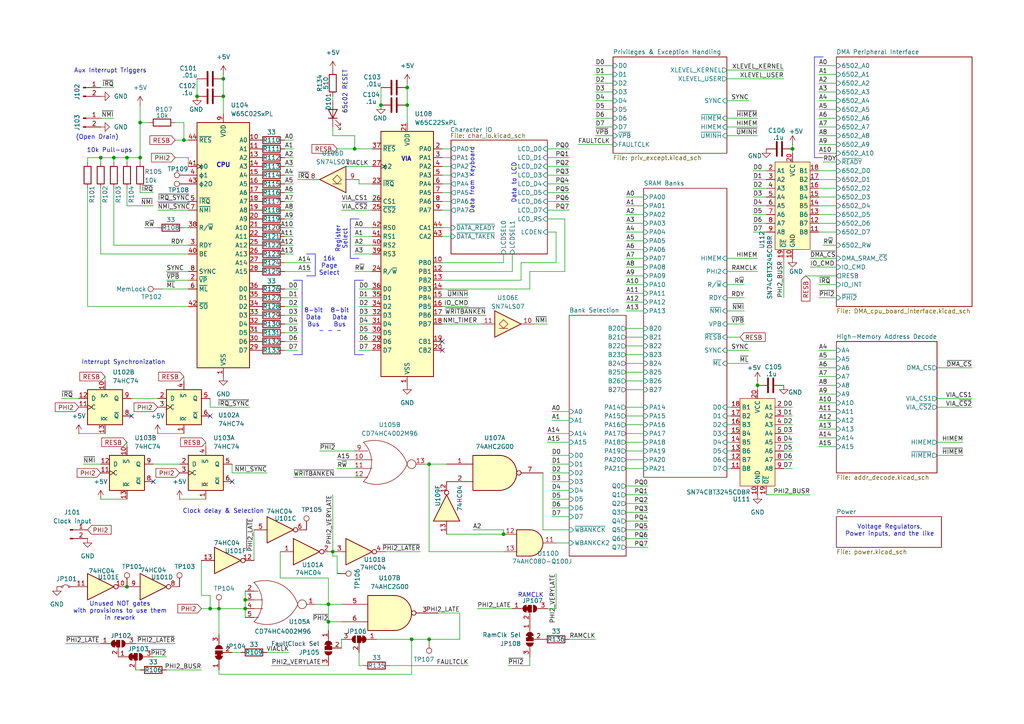
<source format=kicad_sch>
(kicad_sch (version 20250114) (generator "eeschema") (generator_version "9.0")
  (paper "A4")
  (title_block (title "65c02 Homebrew") (rev "Prelim") (company "Joseph R. Freeston") (comment 2 "https://github.com/snorklerjoe/useful6502") (comment 4 "A 65c02-based computer with peripheral i/o offloaded to a PIC16 microcontroller."))
  (text "Data to LCD" (at 149.098 53.086 90) (effects (font (size 1.27 1.27))))
  (text "65c02 RESET" (at 100.076 26.67 90) (effects (font (size 1.27 1.27))))
  (text "(Open Drain)" (at 28.194 39.878 0) (effects (font (size 1.27 1.27))))
  (text "VIA" (at 117.856 46.228 0) (effects (font (size 1.27 1.27) (thickness 0.254) (bold yes))))
  (text "10k Pull-ups" (at 31.75 43.688 0) (effects (font (size 1.27 1.27))))
  (text "Clock delay & Selection" (at 64.77 148.336 0) (effects (font (size 1.27 1.27))))
  (text "8-bit\nData\nBus" (at 90.932 92.202 0) (effects (font (size 1.27 1.27))))
  (text "- - -" (at 95.758 96.012 0) (effects (font (size 1.27 1.27))))
  (text "CPU" (at 64.77 48.006 0) (effects (font (size 1.27 1.27) (thickness 0.254) (bold yes))))
  (text "Register\nSelect" (at 99.06 69.342 90) (effects (font (size 1.27 1.27))))
  (text "RAMCLK" (at 153.924 172.72 0) (effects (font (size 1.27 1.27))))
  (text "Data from Keyboard" (at 136.906 52.324 90) (effects (font (size 1.27 1.27))))
  (text "Aux Interrupt Triggers" (at 32.004 20.574 0) (effects (font (size 1.27 1.27))))
  (text "Unused NOT gates\nwith provisions to use them\nin rework" (at 34.798 177.292 0) (effects (font (size 1.27 1.27))))
  (text "16k\nPage\nSelect" (at 95.504 77.216 0) (effects (font (size 1.27 1.27))))
  (text "Interrupt Synchronization" (at 35.814 105.156 0) (effects (font (size 1.27 1.27))))
  (text "8-bit\nData\nBus" (at 98.552 92.202 0) (effects (font (size 1.27 1.27))))
  (text "Voltage Regulators,\nPower inputs, and the like" (at 258.064 153.924 0) (effects (font (size 1.27 1.27))))
  (junction (at 119.38 185.42))
  (junction (at 53.34 40.64))
  (junction (at 64.77 27.94))
  (junction (at 63.5 176.53))
  (junction (at 36.83 45.72))
  (junction (at 60.96 176.53))
  (junction (at 118.11 30.48))
  (junction (at 95.25 175.26))
  (junction (at 229.87 43.18))
  (junction (at 57.15 27.94))
  (junction (at 96.52 160.02))
  (junction (at 124.46 185.42))
  (junction (at 102.87 43.18))
  (junction (at 146.05 154.94))
  (junction (at 71.12 173.99))
  (junction (at 95.25 180.34))
  (junction (at 71.12 176.53))
  (junction (at 40.64 35.56))
  (junction (at 29.21 45.72))
  (junction (at 36.83 170.18))
  (junction (at 219.71 111.76))
  (junction (at 64.77 22.86))
  (junction (at 118.11 25.4))
  (junction (at 124.46 134.62))
  (junction (at 33.02 45.72))
  (junction (at 110.49 30.48))
  (junction (at 40.64 45.72))
  (no_connect (at 44.45 139.7))
  (no_connect (at 38.1 120.65))
  (no_connect (at 60.96 120.65))
  (no_connect (at 67.31 139.7))
  (no_connect (at 128.27 99.06))
  (no_connect (at 128.27 101.6))
  (wire (pts (xy 82.55 88.9) (xy 86.36 88.9)))
  (wire (pts (xy 210.82 105.41) (xy 217.17 105.41)))
  (wire (pts (xy 97.79 133.35) (xy 102.87 133.35)))
  (wire (pts (xy 124.46 160.02) (xy 124.46 134.62)))
  (wire (pts (xy 82.55 96.52) (xy 86.36 96.52)))
  (wire (pts (xy 242.57 124.46) (xy 237.49 124.46)))
  (wire (pts (xy 271.78 106.68) (xy 281.94 106.68)))
  (wire (pts (xy 186.69 72.39) (xy 181.61 72.39)))
  (wire (pts (xy 102.87 68.58) (xy 107.95 68.58)))
  (wire (pts (xy 60.96 172.72) (xy 60.96 176.53)))
  (wire (pts (xy 95.25 180.34) (xy 95.25 182.88)))
  (wire (pts (xy 119.38 185.42) (xy 109.22 185.42)))
  (wire (pts (xy 242.57 104.14) (xy 237.49 104.14)))
  (wire (pts (xy 36.83 45.72) (xy 40.64 45.72)))
  (wire (pts (xy 210.82 36.83) (xy 219.71 36.83)))
  (wire (pts (xy 81.28 167.64) (xy 95.25 167.64)))
  (wire (pts (xy 271.78 115.57) (xy 281.94 115.57)))
  (wire (pts (xy 64.77 21.59) (xy 64.77 22.86)))
  (wire (pts (xy 210.82 125.73) (xy 212.09 125.73)))
  (wire (pts (xy 181.61 110.49) (xy 186.69 110.49)))
  (wire (pts (xy 177.8 36.83) (xy 172.72 36.83)))
  (wire (pts (xy 40.64 35.56) (xy 40.64 45.72)))
  (wire (pts (xy 127 177.8) (xy 133.35 177.8)))
  (wire (pts (xy 227.33 120.65) (xy 229.87 120.65)))
  (wire (pts (xy 210.82 22.86) (xy 227.33 22.86)))
  (wire (pts (xy 271.78 128.27) (xy 279.4 128.27)))
  (wire (pts (xy 44.45 55.88) (xy 40.64 55.88)))
  (wire (pts (xy 237.49 54.61) (xy 242.57 54.61)))
  (wire (pts (xy 46.99 83.82) (xy 54.61 83.82)))
  (wire (pts (xy 210.82 82.55) (xy 215.9 82.55)))
  (wire (pts (xy 58.42 162.56) (xy 58.42 172.72)))
  (polyline (pts (xy 238.76 16.51) (xy 237.49 16.51)))
  (wire (pts (xy 181.61 135.89) (xy 186.69 135.89)))
  (wire (pts (xy 158.75 43.18) (xy 165.1 43.18)))
  (wire (pts (xy 64.77 22.86) (xy 64.77 27.94)))
  (wire (pts (xy 128.27 53.34) (xy 130.81 53.34)))
  (wire (pts (xy 45.72 58.42) (xy 54.61 58.42)))
  (wire (pts (xy 81.28 160.02) (xy 81.28 167.64)))
  (wire (pts (xy 210.82 130.81) (xy 212.09 130.81)))
  (wire (pts (xy 186.69 74.93) (xy 181.61 74.93)))
  (wire (pts (xy 102.87 66.04) (xy 107.95 66.04)))
  (wire (pts (xy 242.57 127) (xy 237.49 127)))
  (wire (pts (xy 123.19 134.62) (xy 124.46 134.62)))
  (wire (pts (xy 102.87 73.66) (xy 107.95 73.66)))
  (wire (pts (xy 104.14 193.04) (xy 105.41 193.04)))
  (wire (pts (xy 99.06 187.96) (xy 99.06 185.42)))
  (wire (pts (xy 52.07 134.62) (xy 44.45 134.62)))
  (wire (pts (xy 157.48 153.67) (xy 165.1 153.67)))
  (wire (pts (xy 227.33 123.19) (xy 229.87 123.19)))
  (wire (pts (xy 227.33 128.27) (xy 229.87 128.27)))
  (wire (pts (xy 158.75 176.53) (xy 161.29 176.53)))
  (wire (pts (xy 218.44 59.69) (xy 222.25 59.69)))
  (wire (pts (xy 227.33 135.89) (xy 229.87 135.89)))
  (wire (pts (xy 210.82 29.21) (xy 217.17 29.21)))
  (wire (pts (xy 242.57 34.29) (xy 237.49 34.29)))
  (polyline (pts (xy 87.63 85.09) (xy 87.63 102.87)))
  (polyline (pts (xy 88.9 73.66) (xy 91.44 73.66)))
  (wire (pts (xy 128.27 58.42) (xy 130.81 58.42)))
  (wire (pts (xy 148.59 73.66) (xy 148.59 78.74)))
  (wire (pts (xy 119.38 185.42) (xy 119.38 195.58)))
  (wire (pts (xy 82.55 71.12) (xy 85.09 71.12)))
  (wire (pts (xy 95.25 167.64) (xy 95.25 175.26)))
  (wire (pts (xy 242.57 119.38) (xy 237.49 119.38)))
  (wire (pts (xy 210.82 133.35) (xy 212.09 133.35)))
  (wire (pts (xy 59.69 128.27) (xy 59.69 129.54)))
  (wire (pts (xy 146.05 160.02) (xy 124.46 160.02)))
  (wire (pts (xy 50.8 35.56) (xy 53.34 35.56)))
  (wire (pts (xy 227.33 125.73) (xy 229.87 125.73)))
  (wire (pts (xy 210.82 118.11) (xy 212.09 118.11)))
  (wire (pts (xy 181.61 143.51) (xy 187.96 143.51)))
  (wire (pts (xy 151.13 81.28) (xy 128.27 81.28)))
  (wire (pts (xy 118.11 35.56) (xy 118.11 30.48)))
  (wire (pts (xy 96.52 27.94) (xy 96.52 29.21)))
  (wire (pts (xy 181.61 120.65) (xy 186.69 120.65)))
  (wire (pts (xy 210.82 78.74) (xy 219.71 78.74)))
  (wire (pts (xy 138.43 176.53) (xy 148.59 176.53)))
  (wire (pts (xy 99.06 60.96) (xy 107.95 60.96)))
  (wire (pts (xy 63.5 195.58) (xy 119.38 195.58)))
  (polyline (pts (xy 85.09 102.87) (xy 87.63 102.87)))
  (wire (pts (xy 124.46 185.42) (xy 133.35 185.42)))
  (wire (pts (xy 33.02 45.72) (xy 36.83 45.72)))
  (wire (pts (xy 82.55 78.74) (xy 90.17 78.74)))
  (wire (pts (xy 92.71 130.81) (xy 102.87 130.81)))
  (wire (pts (xy 82.55 40.64) (xy 85.09 40.64)))
  (wire (pts (xy 82.55 68.58) (xy 85.09 68.58)))
  (polyline (pts (xy 91.44 73.66) (xy 91.44 80.01)))
  (polyline (pts (xy 102.87 85.09) (xy 102.87 102.87)))
  (wire (pts (xy 153.67 83.82) (xy 128.27 83.82)))
  (wire (pts (xy 186.69 77.47) (xy 181.61 77.47)))
  (wire (pts (xy 72.39 118.11) (xy 60.96 118.11)))
  (wire (pts (xy 158.75 125.73) (xy 165.1 125.73)))
  (wire (pts (xy 181.61 100.33) (xy 186.69 100.33)))
  (wire (pts (xy 77.47 189.23) (xy 83.82 189.23)))
  (wire (pts (xy 45.72 115.57) (xy 38.1 115.57)))
  (wire (pts (xy 177.8 29.21) (xy 172.72 29.21)))
  (wire (pts (xy 177.8 26.67) (xy 172.72 26.67)))
  (polyline (pts (xy 237.49 16.51) (xy 236.22 16.51)))
  (wire (pts (xy 85.09 138.43) (xy 102.87 138.43)))
  (wire (pts (xy 181.61 107.95) (xy 186.69 107.95)))
  (wire (pts (xy 118.11 25.4) (xy 118.11 24.13)))
  (wire (pts (xy 153.67 78.74) (xy 153.67 83.82)))
  (wire (pts (xy 181.61 113.03) (xy 186.69 113.03)))
  (wire (pts (xy 82.55 91.44) (xy 86.36 91.44)))
  (wire (pts (xy 147.32 193.04) (xy 153.67 193.04)))
  (wire (pts (xy 107.95 83.82) (xy 104.14 83.82)))
  (wire (pts (xy 78.74 193.04) (xy 95.25 193.04)))
  (polyline (pts (xy 101.6 74.93) (xy 104.14 74.93)))
  (wire (pts (xy 158.75 55.88) (xy 165.1 55.88)))
  (wire (pts (xy 107.95 101.6) (xy 104.14 101.6)))
  (wire (pts (xy 97.79 166.37) (xy 97.79 161.29)))
  (wire (pts (xy 242.57 29.21) (xy 237.49 29.21)))
  (wire (pts (xy 82.55 93.98) (xy 86.36 93.98)))
  (wire (pts (xy 102.87 78.74) (xy 107.95 78.74)))
  (wire (pts (xy 137.16 153.67) (xy 146.05 153.67)))
  (wire (pts (xy 214.63 97.79) (xy 210.82 97.79)))
  (wire (pts (xy 99.06 58.42) (xy 107.95 58.42)))
  (wire (pts (xy 128.27 66.04) (xy 130.81 66.04)))
  (wire (pts (xy 19.05 186.69) (xy 29.21 186.69)))
  (wire (pts (xy 82.55 73.66) (xy 85.09 73.66)))
  (wire (pts (xy 82.55 60.96) (xy 85.09 60.96)))
  (wire (pts (xy 242.57 114.3) (xy 237.49 114.3)))
  (wire (pts (xy 238.76 46.99) (xy 242.57 46.99)))
  (wire (pts (xy 186.69 64.77) (xy 181.61 64.77)))
  (wire (pts (xy 25.4 54.61) (xy 25.4 88.9)))
  (wire (pts (xy 172.72 39.37) (xy 177.8 39.37)))
  (wire (pts (xy 158.75 67.31) (xy 161.29 67.31)))
  (wire (pts (xy 33.02 54.61) (xy 33.02 71.12)))
  (wire (pts (xy 242.57 21.59) (xy 237.49 21.59)))
  (wire (pts (xy 161.29 157.48) (xy 165.1 157.48)))
  (wire (pts (xy 238.76 71.12) (xy 242.57 71.12)))
  (wire (pts (xy 128.27 43.18) (xy 130.81 43.18)))
  (wire (pts (xy 45.72 60.96) (xy 54.61 60.96)))
  (wire (pts (xy 25.4 46.99) (xy 25.4 45.72)))
  (wire (pts (xy 95.25 180.34) (xy 95.25 175.26)))
  (wire (pts (xy 82.55 99.06) (xy 86.36 99.06)))
  (wire (pts (xy 96.52 39.37) (xy 102.87 39.37)))
  (wire (pts (xy 102.87 39.37) (xy 102.87 43.18)))
  (wire (pts (xy 53.34 35.56) (xy 53.34 40.64)))
  (wire (pts (xy 158.75 45.72) (xy 165.1 45.72)))
  (wire (pts (xy 158.75 50.8) (xy 165.1 50.8)))
  (wire (pts (xy 73.66 162.56) (xy 73.66 153.67)))
  (wire (pts (xy 36.83 128.27) (xy 36.83 129.54)))
  (wire (pts (xy 186.69 59.69) (xy 181.61 59.69)))
  (wire (pts (xy 158.75 128.27) (xy 165.1 128.27)))
  (wire (pts (xy 242.57 121.92) (xy 237.49 121.92)))
  (wire (pts (xy 210.82 20.32) (xy 227.33 20.32)))
  (wire (pts (xy 41.91 66.04) (xy 45.72 66.04)))
  (wire (pts (xy 25.4 45.72) (xy 29.21 45.72)))
  (wire (pts (xy 113.03 193.04) (xy 135.89 193.04)))
  (wire (pts (xy 237.49 64.77) (xy 242.57 64.77)))
  (wire (pts (xy 40.64 45.72) (xy 40.64 46.99)))
  (wire (pts (xy 218.44 49.53) (xy 222.25 49.53)))
  (wire (pts (xy 104.14 53.34) (xy 107.95 53.34)))
  (wire (pts (xy 30.48 109.22) (xy 30.48 110.49)))
  (wire (pts (xy 146.05 73.66) (xy 146.05 76.2)))
  (wire (pts (xy 229.87 43.18) (xy 229.87 44.45)))
  (wire (pts (xy 146.05 76.2) (xy 128.27 76.2)))
  (wire (pts (xy 210.82 34.29) (xy 219.71 34.29)))
  (wire (pts (xy 60.96 176.53) (xy 63.5 176.53)))
  (polyline (pts (xy 104.14 63.5) (xy 101.6 63.5)))
  (wire (pts (xy 181.61 87.63) (xy 186.69 87.63)))
  (wire (pts (xy 107.95 86.36) (xy 104.14 86.36)))
  (wire (pts (xy 165.1 139.7) (xy 160.02 139.7)))
  (wire (pts (xy 237.49 67.31) (xy 242.57 67.31)))
  (wire (pts (xy 58.42 172.72) (xy 60.96 172.72)))
  (wire (pts (xy 165.1 147.32) (xy 160.02 147.32)))
  (polyline (pts (xy 105.41 81.28) (xy 102.87 81.28)))
  (wire (pts (xy 210.82 123.19) (xy 212.09 123.19)))
  (wire (pts (xy 107.95 93.98) (xy 104.14 93.98)))
  (wire (pts (xy 128.27 48.26) (xy 130.81 48.26)))
  (wire (pts (xy 40.64 35.56) (xy 43.18 35.56)))
  (wire (pts (xy 110.49 25.4) (xy 110.49 30.48)))
  (wire (pts (xy 25.4 88.9) (xy 54.61 88.9)))
  (polyline (pts (xy 88.9 80.01) (xy 91.44 80.01)))
  (wire (pts (xy 29.21 46.99) (xy 29.21 45.72)))
  (wire (pts (xy 237.49 86.36) (xy 242.57 86.36)))
  (wire (pts (xy 33.02 71.12) (xy 54.61 71.12)))
  (wire (pts (xy 71.12 173.99) (xy 71.12 171.45)))
  (wire (pts (xy 102.87 43.18) (xy 107.95 43.18)))
  (wire (pts (xy 181.61 125.73) (xy 186.69 125.73)))
  (wire (pts (xy 29.21 144.78) (xy 36.83 144.78)))
  (wire (pts (xy 128.27 45.72) (xy 130.81 45.72)))
  (wire (pts (xy 218.44 54.61) (xy 222.25 54.61)))
  (wire (pts (xy 128.27 55.88) (xy 130.81 55.88)))
  (wire (pts (xy 177.8 31.75) (xy 172.72 31.75)))
  (wire (pts (xy 82.55 43.18) (xy 85.09 43.18)))
  (wire (pts (xy 86.36 52.07) (xy 88.9 52.07)))
  (wire (pts (xy 97.79 135.89) (xy 102.87 135.89)))
  (wire (pts (xy 128.27 68.58) (xy 130.81 68.58)))
  (wire (pts (xy 177.8 24.13) (xy 172.72 24.13)))
  (wire (pts (xy 165.1 185.42) (xy 172.72 185.42)))
  (wire (pts (xy 102.87 71.12) (xy 107.95 71.12)))
  (polyline (pts (xy 105.41 102.87) (xy 102.87 102.87)))
  (wire (pts (xy 186.69 69.85) (xy 181.61 69.85)))
  (wire (pts (xy 82.55 63.5) (xy 85.09 63.5)))
  (wire (pts (xy 242.57 116.84) (xy 237.49 116.84)))
  (wire (pts (xy 129.54 134.62) (xy 124.46 134.62)))
  (wire (pts (xy 95.25 180.34) (xy 99.06 180.34)))
  (wire (pts (xy 146.05 153.67) (xy 146.05 154.94)))
  (wire (pts (xy 181.61 148.59) (xy 187.96 148.59)))
  (wire (pts (xy 52.07 144.78) (xy 59.69 144.78)))
  (wire (pts (xy 242.57 24.13) (xy 237.49 24.13)))
  (wire (pts (xy 96.52 143.51) (xy 96.52 160.02)))
  (wire (pts (xy 218.44 52.07) (xy 222.25 52.07)))
  (wire (pts (xy 167.64 41.91) (xy 177.8 41.91)))
  (wire (pts (xy 218.44 67.31) (xy 222.25 67.31)))
  (wire (pts (xy 227.33 118.11) (xy 229.87 118.11)))
  (wire (pts (xy 82.55 83.82) (xy 86.36 83.82)))
  (wire (pts (xy 181.61 123.19) (xy 186.69 123.19)))
  (wire (pts (xy 82.55 66.04) (xy 85.09 66.04)))
  (wire (pts (xy 181.61 146.05) (xy 187.96 146.05)))
  (wire (pts (xy 82.55 101.6) (xy 86.36 101.6)))
  (wire (pts (xy 129.54 154.94) (xy 146.05 154.94)))
  (wire (pts (xy 107.95 99.06) (xy 104.14 99.06)))
  (wire (pts (xy 128.27 86.36) (xy 135.89 86.36)))
  (wire (pts (xy 160.02 119.38) (xy 165.1 119.38)))
  (wire (pts (xy 242.57 106.68) (xy 237.49 106.68)))
  (wire (pts (xy 22.86 125.73) (xy 30.48 125.73)))
  (wire (pts (xy 242.57 26.67) (xy 237.49 26.67)))
  (wire (pts (xy 210.82 101.6) (xy 217.17 101.6)))
  (wire (pts (xy 158.75 60.96) (xy 165.1 60.96)))
  (wire (pts (xy 237.49 82.55) (xy 242.57 82.55)))
  (wire (pts (xy 181.61 97.79) (xy 186.69 97.79)))
  (wire (pts (xy 111.76 160.02) (xy 121.92 160.02)))
  (wire (pts (xy 218.44 62.23) (xy 222.25 62.23)))
  (wire (pts (xy 181.61 90.17) (xy 186.69 90.17)))
  (wire (pts (xy 210.82 128.27) (xy 212.09 128.27)))
  (wire (pts (xy 53.34 66.04) (xy 54.61 66.04)))
  (wire (pts (xy 181.61 105.41) (xy 186.69 105.41)))
  (wire (pts (xy 36.83 46.99) (xy 36.83 45.72)))
  (wire (pts (xy 82.55 58.42) (xy 85.09 58.42)))
  (wire (pts (xy 242.57 41.91) (xy 237.49 41.91)))
  (wire (pts (xy 242.57 19.05) (xy 237.49 19.05)))
  (wire (pts (xy 237.49 52.07) (xy 242.57 52.07)))
  (wire (pts (xy 36.83 54.61) (xy 36.83 59.69)))
  (wire (pts (xy 210.82 93.98) (xy 215.9 93.98)))
  (wire (pts (xy 242.57 31.75) (xy 237.49 31.75)))
  (wire (pts (xy 67.31 137.16) (xy 67.31 134.62)))
  (wire (pts (xy 153.67 78.74) (xy 163.83 78.74)))
  (wire (pts (xy 177.8 21.59) (xy 172.72 21.59)))
  (wire (pts (xy 40.64 194.31) (xy 39.37 194.31)))
  (wire (pts (xy 237.49 57.15) (xy 242.57 57.15)))
  (wire (pts (xy 82.55 55.88) (xy 85.09 55.88)))
  (wire (pts (xy 165.1 134.62) (xy 160.02 134.62)))
  (wire (pts (xy 237.49 59.69) (xy 242.57 59.69)))
  (wire (pts (xy 161.29 67.31) (xy 161.29 76.2)))
  (wire (pts (xy 186.69 82.55) (xy 181.61 82.55)))
  (polyline (pts (xy 236.22 16.51) (xy 236.22 45.72)))
  (wire (pts (xy 242.57 36.83) (xy 237.49 36.83)))
  (wire (pts (xy 48.26 78.74) (xy 54.61 78.74)))
  (wire (pts (xy 50.8 40.64) (xy 53.34 40.64)))
  (wire (pts (xy 218.44 64.77) (xy 222.25 64.77)))
  (wire (pts (xy 97.79 161.29) (xy 96.52 161.29)))
  (wire (pts (xy 158.75 63.5) (xy 163.83 63.5)))
  (wire (pts (xy 71.12 176.53) (xy 71.12 173.99)))
  (wire (pts (xy 44.45 190.5) (xy 48.26 190.5)))
  (wire (pts (xy 24.13 134.62) (xy 29.21 134.62)))
  (wire (pts (xy 124.46 185.42) (xy 119.38 185.42)))
  (wire (pts (xy 158.75 58.42) (xy 165.1 58.42)))
  (wire (pts (xy 48.26 81.28) (xy 54.61 81.28)))
  (wire (pts (xy 54.61 73.66) (xy 29.21 73.66)))
  (wire (pts (xy 96.52 36.83) (xy 96.52 39.37)))
  (polyline (pts (xy 87.63 81.28) (xy 87.63 85.09)))
  (wire (pts (xy 177.8 34.29) (xy 172.72 34.29)))
  (wire (pts (xy 227.33 133.35) (xy 229.87 133.35)))
  (wire (pts (xy 161.29 76.2) (xy 151.13 76.2)))
  (wire (pts (xy 82.55 53.34) (xy 85.09 53.34)))
  (wire (pts (xy 82.55 45.72) (xy 85.09 45.72)))
  (wire (pts (xy 181.61 153.67) (xy 187.96 153.67)))
  (wire (pts (xy 181.61 130.81) (xy 186.69 130.81)))
  (polyline (pts (xy 85.09 81.28) (xy 87.63 81.28)))
  (wire (pts (xy 186.69 57.15) (xy 181.61 57.15)))
  (wire (pts (xy 128.27 93.98) (xy 139.7 93.98)))
  (wire (pts (xy 17.78 115.57) (xy 22.86 115.57)))
  (wire (pts (xy 165.1 142.24) (xy 160.02 142.24)))
  (wire (pts (xy 107.95 91.44) (xy 104.14 91.44)))
  (wire (pts (xy 186.69 67.31) (xy 181.61 67.31)))
  (wire (pts (xy 107.95 96.52) (xy 104.14 96.52)))
  (wire (pts (xy 233.68 80.01) (xy 242.57 80.01)))
  (wire (pts (xy 219.71 111.76) (xy 219.71 113.03)))
  (wire (pts (xy 50.8 45.72) (xy 54.61 45.72)))
  (wire (pts (xy 71.12 176.53) (xy 71.12 179.07)))
  (wire (pts (xy 181.61 156.21) (xy 187.96 156.21)))
  (wire (pts (xy 165.1 144.78) (xy 160.02 144.78)))
  (wire (pts (xy 100.33 48.26) (xy 107.95 48.26)))
  (wire (pts (xy 33.02 46.99) (xy 33.02 45.72)))
  (wire (pts (xy 29.21 25.4) (xy 33.02 25.4)))
  (wire (pts (xy 53.34 40.64) (xy 54.61 40.64)))
  (wire (pts (xy 237.49 49.53) (xy 242.57 49.53)))
  (wire (pts (xy 128.27 50.8) (xy 130.81 50.8)))
  (wire (pts (xy 151.13 76.2) (xy 151.13 81.28)))
  (wire (pts (xy 186.69 62.23) (xy 181.61 62.23)))
  (wire (pts (xy 58.42 194.31) (xy 48.26 194.31)))
  (wire (pts (xy 77.47 137.16) (xy 67.31 137.16)))
  (wire (pts (xy 64.77 27.94) (xy 64.77 33.02)))
  (wire (pts (xy 165.1 149.86) (xy 160.02 149.86)))
  (wire (pts (xy 107.95 88.9) (xy 104.14 88.9)))
  (wire (pts (xy 29.21 73.66) (xy 29.21 54.61)))
  (wire (pts (xy 271.78 132.08) (xy 279.4 132.08)))
  (wire (pts (xy 82.55 76.2) (xy 90.17 76.2)))
  (wire (pts (xy 163.83 63.5) (xy 163.83 78.74)))
  (wire (pts (xy 165.1 132.08) (xy 160.02 132.08)))
  (wire (pts (xy 63.5 184.15) (xy 63.5 176.53)))
  (wire (pts (xy 133.35 185.42) (xy 133.35 177.8)))
  (wire (pts (xy 234.95 74.93) (xy 242.57 74.93)))
  (wire (pts (xy 154.94 93.98) (xy 158.75 93.98)))
  (wire (pts (xy 242.57 109.22) (xy 237.49 109.22)))
  (wire (pts (xy 40.64 30.48) (xy 40.64 35.56)))
  (wire (pts (xy 210.82 120.65) (xy 212.09 120.65)))
  (wire (pts (xy 242.57 44.45) (xy 237.49 44.45)))
  (wire (pts (xy 82.55 50.8) (xy 85.09 50.8)))
  (wire (pts (xy 210.82 39.37) (xy 219.71 39.37)))
  (wire (pts (xy 67.31 189.23) (xy 69.85 189.23)))
  (wire (pts (xy 104.14 189.23) (xy 104.14 193.04)))
  (wire (pts (xy 242.57 39.37) (xy 237.49 39.37)))
  (wire (pts (xy 63.5 176.53) (xy 71.12 176.53)))
  (wire (pts (xy 29.21 45.72) (xy 33.02 45.72)))
  (wire (pts (xy 157.48 137.16) (xy 157.48 153.67)))
  (wire (pts (xy 96.52 161.29) (xy 96.52 160.02)))
  (wire (pts (xy 104.14 52.07) (xy 104.14 53.34)))
  (wire (pts (xy 40.64 55.88) (xy 40.64 54.61)))
  (wire (pts (xy 29.21 34.29) (xy 33.02 34.29)))
  (wire (pts (xy 158.75 53.34) (xy 165.1 53.34)))
  (wire (pts (xy 82.55 86.36) (xy 86.36 86.36)))
  (wire (pts (xy 210.82 74.93) (xy 219.71 74.93)))
  (wire (pts (xy 227.33 130.81) (xy 229.87 130.81)))
  (wire (pts (xy 91.44 175.26) (xy 95.25 175.26)))
  (wire (pts (xy 242.57 101.6) (xy 237.49 101.6)))
  (wire (pts (xy 181.61 95.25) (xy 186.69 95.25)))
  (wire (pts (xy 95.25 175.26) (xy 99.06 175.26)))
  (wire (pts (xy 242.57 129.54) (xy 237.49 129.54)))
  (wire (pts (xy 181.61 85.09) (xy 186.69 85.09)))
  (wire (pts (xy 181.61 158.75) (xy 187.96 158.75)))
  (wire (pts (xy 210.82 135.89) (xy 212.09 135.89)))
  (wire (pts (xy 60.96 118.11) (xy 60.96 115.57)))
  (wire (pts (xy 218.44 57.15) (xy 222.25 57.15)))
  (polyline (pts (xy 238.76 45.72) (xy 236.22 45.72)))
  (wire (pts (xy 97.79 43.18) (xy 102.87 43.18)))
  (wire (pts (xy 242.57 111.76) (xy 237.49 111.76)))
  (wire (pts (xy 128.27 88.9) (xy 135.89 88.9)))
  (wire (pts (xy 181.61 118.11) (xy 186.69 118.11)))
  (wire (pts (xy 160.02 121.92) (xy 165.1 121.92)))
  (wire (pts (xy 181.61 151.13) (xy 187.96 151.13)))
  (wire (pts (xy 181.61 140.97) (xy 187.96 140.97)))
  (wire (pts (xy 57.15 22.86) (xy 57.15 27.94)))
  (wire (pts (xy 227.33 74.93) (xy 227.33 86.36)))
  (wire (pts (xy 186.69 80.01) (xy 181.61 80.01)))
  (wire (pts (xy 58.42 176.53) (xy 60.96 176.53)))
  (wire (pts (xy 222.25 143.51) (xy 234.95 143.51)))
  (wire (pts (xy 181.61 102.87) (xy 186.69 102.87)))
  (wire (pts (xy 237.49 62.23) (xy 242.57 62.23)))
  (wire (pts (xy 45.72 125.73) (xy 53.34 125.73)))
  (wire (pts (xy 181.61 133.35) (xy 186.69 133.35)))
  (wire (pts (xy 158.75 48.26) (xy 165.1 48.26)))
  (wire (pts (xy 219.71 110.49) (xy 219.71 111.76)))
  (wire (pts (xy 148.59 78.74) (xy 128.27 78.74)))
  (wire (pts (xy 36.83 59.69) (xy 44.45 59.69)))
  (wire (pts (xy 63.5 194.31) (xy 63.5 195.58)))
  (wire (pts (xy 210.82 90.17) (xy 215.9 90.17)))
  (wire (pts (xy 153.67 193.04) (xy 153.67 190.5)))
  (wire (pts (xy 271.78 118.11) (xy 281.94 118.11)))
  (wire (pts (xy 165.1 137.16) (xy 160.02 137.16)))
  (wire (pts (xy 118.11 30.48) (xy 118.11 25.4)))
  (wire (pts (xy 181.61 128.27) (xy 186.69 128.27)))
  (wire (pts (xy 128.27 91.44) (xy 140.97 91.44)))
  (polyline (pts (xy 102.87 81.28) (xy 102.87 85.09)))
  (wire (pts (xy 234.95 77.47) (xy 242.57 77.47)))
  (wire (pts (xy 82.55 48.26) (xy 85.09 48.26)))
  (wire (pts (xy 229.87 43.18) (xy 229.87 41.91)))
  (polyline (pts (xy 101.6 63.5) (xy 101.6 74.93)))
  (wire (pts (xy 177.8 19.05) (xy 172.72 19.05)))
  (wire (pts (xy 128.27 60.96) (xy 130.81 60.96)))
  (wire (pts (xy 210.82 86.36) (xy 215.9 86.36)))
  (wire (pts (xy 54.61 45.72) (xy 54.61 48.26)))
  (wire (pts (xy 53.34 109.22) (xy 53.34 110.49)))
  (wire (pts (xy 39.37 186.69) (xy 50.8 186.69)))
  (wire (pts (xy 161.29 176.53) (xy 161.29 166.37)))
  (label "A8" (at 181.61 77.47 0))
  (label "FAULTCLK" (at 167.64 41.91 0))
  (label "RAMCLK" (at 172.72 185.42 180))
  (label "A6" (at 85.09 55.88 180))
  (label "R~{W}" (at 102.87 78.74 0))
  (label "A6" (at 237.49 106.68 0))
  (label "PQ4" (at 187.96 151.13 180))
  (label "D6" (at 172.72 34.29 0))
  (label "D4" (at 104.14 93.98 0))
  (label "PQ3" (at 165.1 50.8 180))
  (label "PQ2" (at 165.1 48.26 180))
  (label "~{DMA_CS}" (at 234.95 74.93 0))
  (label "~{DMA_CS}" (at 281.94 106.68 180))
  (label "A0" (at 85.09 40.64 180))
  (label "A0" (at 237.49 19.05 0))
  (label "PQ7" (at 165.1 60.96 180))
  (label "PQ4" (at 165.1 53.34 180))
  (label "A11" (at 85.09 68.58 180))
  (label "PQ3" (at 187.96 148.59 180))
  (label "A13" (at 181.61 90.17 0))
  (label "A10" (at 85.09 66.04 180))
  (label "~{WRITBANKEN}" (at 85.09 138.43 0))
  (label "~{PHI2}" (at 237.49 86.36 0))
  (label "XLEVEL_KERNEL" (at 227.33 20.32 180))
  (label "SYNC" (at 217.17 29.21 180))
  (label "A12" (at 181.61 87.63 0))
  (label "~{NMI}" (at 44.45 59.69 180))
  (label "PHI2_LATE" (at 138.43 176.53 0))
  (label "D1" (at 218.44 52.07 0))
  (label "A7" (at 237.49 36.83 0))
  (label "~{PHI2}" (at 92.71 130.81 0))
  (label "D2" (at 160.02 137.16 0))
  (label "A5" (at 85.09 53.34 180))
  (label "A5" (at 237.49 104.14 0))
  (label "FAULTCLK" (at 135.89 193.04 180))
  (label "A5" (at 237.49 31.75 0))
  (label "A0" (at 160.02 119.38 0))
  (label "D5" (at 160.02 144.78 0))
  (label "PHI2_VERYLATE" (at 96.52 143.51 270))
  (label "D0" (at 86.36 83.82 180))
  (label "~{NMI_SYNC}" (at 45.72 60.96 0))
  (label "~{PHI2}" (at 95.25 180.34 180))
  (label "PQ7" (at 187.96 158.75 180))
  (label "HIMEM" (at 279.4 128.27 180))
  (label "A3" (at 181.61 64.77 0))
  (label "~{PHI2_LATE}" (at 19.05 186.69 0))
  (label "A10" (at 181.61 82.55 0))
  (label "SYNC" (at 217.17 101.6 180))
  (label "A13" (at 85.09 73.66 180))
  (label "~{VPB}" (at 172.72 39.37 0))
  (label "RDY" (at 215.9 86.36 180) (effects (font (thickness 0.1588))))
  (label "A13" (at 237.49 124.46 0))
  (label "A9" (at 181.61 80.01 0))
  (label "R~{W}" (at 97.79 135.89 0))
  (label "A12" (at 85.09 71.12 180))
  (label "D5" (at 172.72 31.75 0))
  (label "A0" (at 181.61 57.15 0))
  (label "A3" (at 102.87 73.66 0))
  (label "D1" (at 229.87 120.65 180))
  (label "D2" (at 86.36 88.9 180))
  (label "~{ML}" (at 48.26 83.82 0))
  (label "~{ML}" (at 217.17 105.41 180))
  (label "IO_CMD" (at 135.89 88.9 180))
  (label "NMI_TIMER" (at 138.43 93.98 180))
  (label "R~{W}" (at 215.9 82.55 180))
  (label "D4" (at 218.44 59.69 0))
  (label "D3" (at 172.72 26.67 0))
  (label "D3" (at 229.87 125.73 180))
  (label "PQ2" (at 187.96 146.05 180))
  (label "R~{W}" (at 41.91 66.04 0))
  (label "D1" (at 104.14 86.36 0))
  (label "~{HIMEM}" (at 279.4 132.08 180))
  (label "A1" (at 85.09 43.18 180))
  (label "A10" (at 237.49 44.45 0))
  (label "PQ5" (at 187.96 153.67 180))
  (label "A14" (at 237.49 127 0))
  (label "D6" (at 104.14 99.06 0))
  (label "A6" (at 181.61 72.39 0))
  (label "RAMCLK" (at 219.71 78.74 180))
  (label "D0" (at 218.44 49.53 0))
  (label "~{UMINH}" (at 135.89 86.36 180))
  (label "A9" (at 237.49 114.3 0))
  (label "PHI2_VERYLATE" (at 161.29 166.37 270))
  (label "D7" (at 229.87 135.89 180))
  (label "D7" (at 86.36 101.6 180))
  (label "HIMEM" (at 219.71 74.93 180))
  (label "A4" (at 237.49 101.6 0))
  (label "A2" (at 137.16 153.67 0))
  (label "PQ6" (at 165.1 58.42 180))
  (label "D4" (at 160.02 142.24 0))
  (label "PQ1" (at 187.96 143.51 180))
  (label "D1" (at 86.36 86.36 180))
  (label "XLEVEL_USER" (at 227.33 22.86 180))
  (label "A3" (at 85.09 48.26 180))
  (label "IO_CMD" (at 234.95 77.47 0))
  (label "A8" (at 85.09 60.96 180))
  (label "A4" (at 237.49 29.21 0))
  (label "A14" (at 158.75 125.73 0))
  (label "A15" (at 237.49 129.54 0))
  (label "A2" (at 181.61 62.23 0))
  (label "D6" (at 229.87 133.35 180))
  (label "D4" (at 86.36 93.98 180))
  (label "D3" (at 104.14 91.44 0))
  (label "A15" (at 97.79 133.35 0))
  (label "D6" (at 160.02 147.32 0))
  (label "~{IRQ_SYNC}" (at 45.72 58.42 0))
  (label "A15" (at 158.75 128.27 0))
  (label "~{VPB}" (at 215.9 93.98 180))
  (label "A15" (at 90.17 78.74 180))
  (label "A12" (at 237.49 121.92 0))
  (label "PHI2_LATE" (at 133.35 177.8 180))
  (label "A3" (at 237.49 26.67 0))
  (label "~{NMI}" (at 158.75 93.98 180))
  (label "RDY" (at 49.53 71.12 0) (effects (font (thickness 0.1588))))
  (label "D1" (at 172.72 21.59 0))
  (label "~{IRQ}" (at 17.78 115.57 0))
  (label "PHI2_BUSR" (at 58.42 194.31 180))
  (label "~{NMI}" (at 24.13 134.62 0))
  (label "D0" (at 172.72 19.05 0))
  (label "~{IRQ}" (at 44.45 55.88 180))
  (label "~{VPB}" (at 48.26 81.28 0))
  (label "~{WRITBANKEN}" (at 140.97 91.44 180))
  (label "D6" (at 218.44 64.77 0))
  (label "D7" (at 218.44 67.31 0))
  (label "D7" (at 172.72 36.83 0))
  (label "A1" (at 102.87 68.58 0))
  (label "A8" (at 237.49 39.37 0))
  (label "VIA_~{CS2}" (at 99.06 60.96 0))
  (label "A14" (at 90.17 76.2 180))
  (label "PQ1" (at 165.1 45.72 180))
  (label "~{IRQ}" (at 237.49 82.55 0))
  (label "D3" (at 160.02 139.7 0))
  (label "D5" (at 229.87 130.81 180))
  (label "RDY" (at 238.76 46.99 0) (effects (font (thickness 0.1588))))
  (label "A8" (at 237.49 111.76 0))
  (label "VIACLK" (at 100.33 48.26 0))
  (label "~{NMI_SYNC}" (at 77.47 137.16 180))
  (label "A1" (at 160.02 121.92 0))
  (label "A2" (at 102.87 71.12 0))
  (label "~{PHI2_LATE}" (at 73.66 160.02 90))
  (label "D0" (at 104.14 83.82 0))
  (label "A7" (at 181.61 74.93 0))
  (label "~{IRQ}" (at 33.02 25.4 180))
  (label "R~{W}" (at 238.76 71.12 0))
  (label "D0" (at 160.02 132.08 0))
  (label "A1" (at 181.61 59.69 0))
  (label "A7" (at 237.49 109.22 0))
  (label "~{IRQ_SYNC}" (at 72.39 118.11 180))
  (label "D2" (at 218.44 54.61 0))
  (label "A6" (at 237.49 34.29 0))
  (label "~{PHI2_LATER}" (at 121.92 160.02 180))
  (label "A4" (at 181.61 67.31 0))
  (label "PQ0" (at 187.96 140.97 180))
  (label "D0" (at 229.87 118.11 180))
  (label "A4" (at 85.09 50.8 180))
  (label "VIA_CS1" (at 281.94 115.57 180))
  (label "~{PHI2_LATER}" (at 50.8 186.69 180))
  (label "A7" (at 85.09 58.42 180))
  (label "PHI2_BUSR" (at 234.95 143.51 180))
  (label "D4" (at 172.72 29.21 0))
  (label "VIACLK" (at 83.82 189.23 180))
  (label "~{UMINH}" (at 219.71 39.37 180))
  (label "~{IRQ}" (at 86.36 52.07 0))
  (label "A10" (at 237.49 116.84 0))
  (label "~{PHI2}" (at 48.26 190.5 180))
  (label "A1" (at 237.49 21.59 0))
  (label "~{NMI}" (at 33.02 34.29 180))
  (label "D5" (at 104.14 96.52 0))
  (label "PQ6" (at 187.96 156.21 180))
  (label "PQ0" (at 165.1 43.18 180))
  (label "D6" (at 86.36 99.06 180))
  (label "PHI2_BUSR" (at 227.33 86.36 90))
  (label "D2" (at 229.87 123.19 180))
  (label "D5" (at 86.36 96.52 180))
  (label "A9" (at 237.49 41.91 0))
  (label "~{HIMEM}" (at 219.71 34.29 180))
  (label "D2" (at 104.14 88.9 0))
  (label "D5" (at 218.44 62.23 0))
  (label "D7" (at 104.14 101.6 0))
  (label "D3" (at 218.44 57.15 0))
  (label "A5" (at 181.61 69.85 0))
  (label "VIA_~{CS2}" (at 281.94 118.11 180))
  (label "D7" (at 160.02 149.86 0))
  (label "D4" (at 229.87 128.27 180))
  (label "PQ5" (at 165.1 55.88 180))
  (label "PHI2_VERYLATE" (at 78.74 193.04 0))
  (label "A2" (at 85.09 45.72 180))
  (label "D3" (at 86.36 91.44 180))
  (label "~{NMI}" (at 215.9 90.17 180))
  (label "D1" (at 160.02 134.62 0))
  (label "A11" (at 181.61 85.09 0))
  (label "A9" (at 85.09 63.5 180))
  (label "SYNC" (at 48.26 78.74 0))
  (label "D2" (at 172.72 24.13 0))
  (label "A2" (at 237.49 24.13 0))
  (label "HIMEM" (at 219.71 36.83 180))
  (label "~{PHI2}" (at 147.32 193.04 0))
  (label "A11" (at 237.49 119.38 0))
  (label "A0" (at 102.87 66.04 0))
  (label "VIA_CS1" (at 99.06 58.42 0))
  (global_label "RESB" (shape input) (at 233.68 80.01 270) (property "Intersheetrefs" "${INTERSHEET_REFS}" (effects (hide yes))))
  (global_label "RESB" (shape input) (at 53.34 109.22 180) (property "Intersheetrefs" "${INTERSHEET_REFS}" (effects (hide yes))))
  (global_label "RESB" (shape input) (at 30.48 109.22 180) (property "Intersheetrefs" "${INTERSHEET_REFS}" (effects (hide yes))))
  (global_label "PHI2" (shape input) (at 22.86 118.11 180) (property "Intersheetrefs" "${INTERSHEET_REFS}" (effects (hide yes))))
  (global_label "PHI2" (shape input) (at 58.42 176.53 180) (property "Intersheetrefs" "${INTERSHEET_REFS}" (effects (hide yes))))
  (global_label "RESB" (shape input) (at 50.8 40.64 180) (property "Intersheetrefs" "${INTERSHEET_REFS}" (effects (hide yes))))
  (global_label "PHI2" (shape input) (at 45.72 118.11 180) (property "Intersheetrefs" "${INTERSHEET_REFS}" (effects (hide yes))))
  (global_label "PHI2" (shape input) (at 25.4 153.67 0) (property "Intersheetrefs" "${INTERSHEET_REFS}" (effects (hide yes))))
  (global_label "PHI2" (shape input) (at 29.21 137.16 180) (property "Intersheetrefs" "${INTERSHEET_REFS}" (effects (hide yes))))
  (global_label "RESB" (shape input) (at 214.63 97.79 0) (property "Intersheetrefs" "${INTERSHEET_REFS}" (effects (hide yes))))
  (global_label "RESB" (shape input) (at 36.83 128.27 180) (property "Intersheetrefs" "${INTERSHEET_REFS}" (effects (hide yes))))
  (global_label "RESB" (shape input) (at 59.69 128.27 180) (property "Intersheetrefs" "${INTERSHEET_REFS}" (effects (hide yes))))
  (global_label "RESB" (shape input) (at 97.79 43.18 180) (property "Intersheetrefs" "${INTERSHEET_REFS}" (effects (hide yes))))
  (global_label "PHI2" (shape input) (at 50.8 45.72 180) (property "Intersheetrefs" "${INTERSHEET_REFS}" (effects (hide yes))))
  (global_label "PHI2" (shape input) (at 52.07 137.16 180) (property "Intersheetrefs" "${INTERSHEET_REFS}" (effects (hide yes))))
  (symbol (lib_id "PCM_65xx-library:W65C02SxPL") (at 64.77 71.12 0) (unit 1)
    (property "Reference" "U104" (at 66.9133 30.48 0) (effects (justify left)))
    (property "Value" "W65C02SxPL" (at 66.9133 33.02 0) (effects (justify left)))
    (property "Footprint" "Package_LCC:PLCC-44" (effects (hide yes)))
    (property "Datasheet" "http://www.westerndesigncenter.com/wdc/documentation/w65c02s.pdf" (effects (hide yes)))
    (property "Description" "8-bit CMOS General Purpose Microprocessor, PLCC-44" (effects (hide yes)))
  )
  (symbol (lib_id "Connector:TestPoint") (at 97.79 166.37 270) (unit 1)
    (property "Reference" "TP106" (at 103.632 164.846 0) (effects (justify left)))
    (property "Value" "TestPoint" (effects (hide yes)))
    (property "Footprint" "TestPoint:TestPoint_Pad_D1.5mm" (effects (hide yes)))
    (property "Description" "test point" (effects (hide yes)))
  )
  (symbol (lib_id "74xGxx:74AHC2G00") (at 114.3 177.8 0) (unit 2)
    (property "Reference" "U107" (at 113.0189 167.64 0))
    (property "Value" "74AHC2G00" (at 113.0189 170.18 0))
    (property "Footprint" "Package_SO:TSSOP-8_3x3mm_P0.65mm" (effects (hide yes)))
    (property "Datasheet" "https://assets.nexperia.com/documents/data-sheet/74AHC_AHCT2G00.pdf" (effects (hide yes)))
    (property "Description" "Dual NAND Gate, High-speed Si-gate CMOS" (effects (hide yes)))
  )
  (symbol (lib_id "power:GND") (at 57.15 27.94 0) (unit 1)
    (property "Reference" "#PWR0110" (effects (hide yes)))
    (property "Value" "GND" (at 56.896 31.75 0))
    (property "Description" "Power symbol creates a global label with name \"GND\" , ground" (effects (hide yes)))
  )
  (symbol (lib_id "74xx:74HC04") (at 66.04 162.56 0) (unit 6)
    (property "Reference" "U101" (at 68.326 159.766 0))
    (property "Value" "74HC04" (at 65.786 157.48 0))
    (property "Footprint" "Package_SO:SOIC-14_3.9x8.7mm_P1.27mm" (effects (hide yes)))
    (property "Datasheet" "https://www.ti.com/lit/gpn/sn74hc04" (effects (hide yes)))
    (property "Description" "Hex Inverter" (effects (hide yes)))
    (property "t_pd (ns)" "19" (effects (hide yes)))
  )
  (symbol (lib_id "Device:R") (at 73.66 189.23 90) (unit 1)
    (property "Reference" "R109" (at 73.66 189.23 90))
    (property "Value" "33" (at 73.66 186.944 90))
    (property "Footprint" "Resistor_SMD:R_0402_1005Metric" (effects (hide yes)))
    (property "Description" "Resistor" (effects (hide yes)))
  )
  (symbol (lib_id "power:GND") (at 110.49 30.48 0) (unit 1)
    (property "Reference" "#PWR0114" (effects (hide yes)))
    (property "Value" "GND" (at 110.236 34.29 0))
    (property "Description" "Power symbol creates a global label with name \"GND\" , ground" (effects (hide yes)))
  )
  (symbol (lib_id "Device:R") (at 78.74 43.18 90) (unit 1)
    (property "Reference" "R111" (at 78.74 43.18 90))
    (property "Value" "33" (effects (hide yes)))
    (property "Footprint" "Resistor_SMD:R_0402_1005Metric" (effects (hide yes)))
    (property "Description" "Resistor" (effects (hide yes)))
  )
  (symbol (lib_id "Connector:TestPoint") (at 63.5 176.53 0) (unit 1)
    (property "Reference" "TP104" (at 61.976 170.688 0) (effects (justify left)))
    (property "Value" "TestPoint" (effects (hide yes)))
    (property "Footprint" "TestPoint:TestPoint_Pad_D1.5mm" (effects (hide yes)))
    (property "Description" "test point" (effects (hide yes)))
  )
  (symbol (lib_id "Device:R") (at 78.74 99.06 90) (unit 1)
    (property "Reference" "R132" (at 78.74 99.06 90))
    (property "Value" "33" (effects (hide yes)))
    (property "Footprint" "Resistor_SMD:R_0402_1005Metric" (effects (hide yes)))
    (property "Description" "Resistor" (effects (hide yes)))
  )
  (symbol (lib_id "Device:R") (at 78.74 45.72 90) (unit 1)
    (property "Reference" "R112" (at 78.74 45.72 90))
    (property "Value" "33" (effects (hide yes)))
    (property "Footprint" "Resistor_SMD:R_0402_1005Metric" (effects (hide yes)))
    (property "Description" "Resistor" (effects (hide yes)))
  )
  (symbol (lib_id "Connector:Conn_01x02_Pin") (at 24.13 25.4 0) (unit 1)
    (property "Reference" "J102" (at 22.352 26.67 90))
    (property "Value" "Conn_01x02_Pin" (effects (hide yes)))
    (property "Description" "Generic connector, single row, 01x02, script generated" (effects (hide yes)))
  )
  (symbol (lib_id "Jumper:Jumper_2_Small_Bridged") (at 19.05 170.18 0) (unit 1)
    (property "Reference" "JP101" (at 19.304 167.894 0))
    (property "Value" "Jumper_2_Small_Bridged" (effects (hide yes)))
    (property "Footprint" "Jumper:SolderJumper-2_P1.3mm_Bridged2Bar_Pad1.0x1.5mm" (effects (hide yes)))
    (property "Description" "Jumper, 2-pole, small symbol, bridged" (effects (hide yes)))
  )
  (symbol (lib_id "Device:R") (at 40.64 50.8 0) (mirror y) (unit 1)
    (property "Reference" "R105" (at 41.91 49.784 0) (effects (justify right)))
    (property "Value" "10k" (at 41.91 52.324 0) (effects (justify right)))
    (property "Footprint" "Resistor_SMD:R_0402_1005Metric" (effects (hide yes)))
    (property "Description" "Resistor" (effects (hide yes)))
  )
  (symbol (lib_id "Jumper:SolderJumper_3_Bridged12") (at 95.25 187.96 90) (mirror x) (unit 1) (in_bom no)
    (property "Reference" "JP105" (at 92.71 189.2301 90) (effects (justify left)))
    (property "Value" "FaultClock Sel" (at 92.71 186.6901 90) (effects (justify left)))
    (property "Footprint" "Jumper:SolderJumper-3_P1.3mm_Bridged12_Pad1.0x1.5mm" (effects (hide yes)))
    (property "Description" "3-pole Solder Jumper, pins 1+2 closed/bridged" (effects (hide yes)))
  )
  (symbol (lib_id "Device:R") (at 161.29 185.42 90) (unit 1)
    (property "Reference" "R136" (at 161.29 185.42 90))
    (property "Value" "33" (at 161.29 183.134 90))
    (property "Footprint" "Resistor_SMD:R_0402_1005Metric" (effects (hide yes)))
    (property "Description" "Resistor" (effects (hide yes)))
  )
  (symbol (lib_id "Device:R") (at 78.74 76.2 90) (unit 1)
    (property "Reference" "R124" (at 78.74 76.2 90))
    (property "Value" "33" (effects (hide yes)))
    (property "Footprint" "Resistor_SMD:R_0402_1005Metric" (effects (hide yes)))
    (property "Description" "Resistor" (effects (hide yes)))
  )
  (symbol (lib_id "Jumper:SolderJumper_3_Bridged12") (at 153.67 185.42 90) (mirror x) (unit 1) (in_bom no)
    (property "Reference" "JP108" (at 151.13 186.6901 90) (effects (justify left)))
    (property "Value" "RamClk Sel" (at 151.13 184.1501 90) (effects (justify left)))
    (property "Footprint" "Jumper:SolderJumper-3_P1.3mm_Bridged12_Pad1.0x1.5mm" (effects (hide yes)))
    (property "Description" "3-pole Solder Jumper, pins 1+2 closed/bridged" (effects (hide yes)))
  )
  (symbol (lib_id "74xx:74HC04") (at 81.28 153.67 0) (unit 3)
    (property "Reference" "U101" (at 82.804 150.368 0))
    (property "Value" "74HC04" (at 81.026 148.336 0))
    (property "Footprint" "Package_SO:SOIC-14_3.9x8.7mm_P1.27mm" (effects (hide yes)))
    (property "Datasheet" "https://www.ti.com/lit/gpn/sn74hc04" (effects (hide yes)))
    (property "Description" "Hex Inverter" (effects (hide yes)))
    (property "t_pd (ns)" "19" (effects (hide yes)))
  )
  (symbol (lib_id "Device:R") (at 44.45 194.31 90) (unit 1)
    (property "Reference" "R106" (at 44.45 194.31 90))
    (property "Value" "33" (at 44.45 192.024 90))
    (property "Footprint" "Resistor_SMD:R_0402_1005Metric" (effects (hide yes)))
    (property "Description" "Resistor" (effects (hide yes)))
  )
  (symbol (lib_id "Device:R") (at 25.4 50.8 0) (mirror y) (unit 1)
    (property "Reference" "R101" (at 26.67 53.848 90) (effects (justify right)))
    (property "Value" "10k" (effects (hide yes)))
    (property "Footprint" "Resistor_SMD:R_0402_1005Metric" (effects (hide yes)))
    (property "Description" "Resistor" (effects (hide yes)))
  )
  (symbol (lib_id "custom:_1") (at 111.76 134.62 0) (unit 2)
    (property "Reference" "U105" (at 113.03 123.19 0))
    (property "Value" "CD74HC4002M96" (at 113.03 125.73 0))
    (property "Footprint" "Package_SO:SOIC-14_3.9x8.7mm_P1.27mm" (effects (hide yes)))
    (property "Datasheet" "https://www.ti.com/lit/ds/symlink/cd54hc4002.pdf" (effects (hide yes)))
    (property "t_pd (ns)" "8" (effects (hide yes)))
  )
  (symbol (lib_id "74xx:74HC74") (at 36.83 137.16 0) (unit 2)
    (property "Reference" "U103" (at 38.9733 127 0) (effects (justify left)))
    (property "Value" "74HC74" (at 38.9733 129.54 0) (effects (justify left)))
    (property "Footprint" "Package_SO:SOIC-14_3.9x8.7mm_P1.27mm" (effects (hide yes)))
    (property "Datasheet" "74xx/74hc_hct74.pdf" (effects (hide yes)))
    (property "Description" "Dual D Flip-flop, Set & Reset" (effects (hide yes)))
  )
  (symbol (lib_id "power:GND") (at 222.25 43.18 0) (unit 1)
    (property "Reference" "#PWR0119" (effects (hide yes)))
    (property "Value" "GND" (at 218.948 45.212 0))
    (property "Description" "Power symbol creates a global label with name \"GND\" , ground" (effects (hide yes)))
  )
  (symbol (lib_id "Device:R") (at 78.74 78.74 90) (unit 1)
    (property "Reference" "R125" (at 78.74 78.74 90))
    (property "Value" "33" (effects (hide yes)))
    (property "Footprint" "Resistor_SMD:R_0402_1005Metric" (effects (hide yes)))
    (property "Description" "Resistor" (effects (hide yes)))
  )
  (symbol (lib_id "Device:C") (at 60.96 22.86 270) (unit 1)
    (property "Reference" "C101" (at 54.61 19.812 90))
    (property "Value" ".01u" (at 55.118 21.844 90))
    (property "Footprint" "Capacitor_SMD:C_0402_1005Metric" (effects (hide yes)))
    (property "Description" "Unpolarized capacitor" (effects (hide yes)))
  )
  (symbol (lib_id "Device:R") (at 78.74 40.64 90) (unit 1)
    (property "Reference" "R110" (at 78.74 40.64 90))
    (property "Value" "33" (at 78.74 38.354 90))
    (property "Footprint" "Resistor_SMD:R_0402_1005Metric" (effects (hide yes)))
    (property "Description" "Resistor" (effects (hide yes)))
  )
  (symbol (lib_id "74xx:74HC74") (at 30.48 118.11 0) (unit 2)
    (property "Reference" "U102" (at 32.6233 107.95 0) (effects (justify left)))
    (property "Value" "74HC74" (at 32.6233 110.49 0) (effects (justify left)))
    (property "Footprint" "Package_SO:SOIC-14_3.9x8.7mm_P1.27mm" (effects (hide yes)))
    (property "Datasheet" "74xx/74hc_hct74.pdf" (effects (hide yes)))
    (property "Description" "Dual D Flip-flop, Set & Reset" (effects (hide yes)))
  )
  (symbol (lib_name "SN74LS07_1") (lib_id "74xx:SN74LS07") (at 96.52 52.07 0) (mirror y) (unit 4)
    (property "Reference" "U106" (at 96.52 44.45 0))
    (property "Value" "SN74LS07" (at 96.52 46.99 0))
    (property "Footprint" "Package_SO:SOIC-14_3.9x8.7mm_P1.27mm" (effects (hide yes)))
    (property "Datasheet" "https://www.ti.com/lit/ds/symlink/sn74ls07.pdf" (effects (hide yes)))
    (property "Description" "Hex Buffers and Drivers With Open Collector High Voltage Outputs" (effects (hide yes)))
    (property "t_pd (ns)" "30" (effects (hide yes)))
  )
  (symbol (lib_id "Device:R") (at 36.83 50.8 0) (mirror y) (unit 1)
    (property "Reference" "R104" (at 38.1 53.848 90) (effects (justify right)))
    (property "Value" "10k" (effects (hide yes)))
    (property "Footprint" "Resistor_SMD:R_0402_1005Metric" (effects (hide yes)))
    (property "Description" "Resistor" (effects (hide yes)))
  )
  (symbol (lib_id "74xx:74HC04") (at 44.45 170.18 0) (unit 4)
    (property "Reference" "U101" (at 46.99 167.386 0))
    (property "Value" "74HC04" (at 44.45 165.354 0))
    (property "Footprint" "Package_SO:SOIC-14_3.9x8.7mm_P1.27mm" (effects (hide yes)))
    (property "Datasheet" "https://www.ti.com/lit/gpn/sn74hc04" (effects (hide yes)))
    (property "Description" "Hex Inverter" (effects (hide yes)))
    (property "t_pd (ns)" "19" (effects (hide yes)))
  )
  (symbol (lib_id "power:GND") (at 229.87 74.93 0) (unit 1)
    (property "Reference" "#PWR0122" (effects (hide yes)))
    (property "Value" "GND" (at 230.886 78.74 0))
    (property "Description" "Power symbol creates a global label with name \"GND\" , ground" (effects (hide yes)))
  )
  (symbol (lib_id "power:GND") (at 16.51 170.18 0) (unit 1)
    (property "Reference" "#PWR0101" (effects (hide yes)))
    (property "Value" "GND" (at 16.51 175.26 0))
    (property "Description" "Power symbol creates a global label with name \"GND\" , ground" (effects (hide yes)))
  )
  (symbol (lib_id "Jumper:SolderJumper_3_Bridged12") (at 104.14 185.42 0) (mirror y) (unit 1) (in_bom no)
    (property "Reference" "JP106" (at 106.426 183.134 0) (effects (justify left)))
    (property "Value" "FaultClock Sel" (effects (hide yes)))
    (property "Footprint" "Jumper:SolderJumper-3_P1.3mm_Bridged12_Pad1.0x1.5mm" (effects (hide yes)))
    (property "Description" "3-pole Solder Jumper, pins 1+2 closed/bridged" (effects (hide yes)))
  )
  (symbol (lib_id "74xx:74HC74") (at 53.34 118.11 0) (unit 1)
    (property "Reference" "U102" (at 63.246 120.396 0) (effects (justify left)))
    (property "Value" "74HC74" (at 63.246 122.936 0) (effects (justify left)))
    (property "Footprint" "Package_SO:SOIC-14_3.9x8.7mm_P1.27mm" (effects (hide yes)))
    (property "Datasheet" "74xx/74hc_hct74.pdf" (effects (hide yes)))
    (property "Description" "Dual D Flip-flop, Set & Reset" (effects (hide yes)))
  )
  (symbol (lib_id "power:GND") (at 118.11 111.76 0) (unit 1)
    (property "Reference" "#PWR0116" (effects (hide yes)))
    (property "Value" "GND" (at 118.11 116.84 0))
    (property "Description" "Power symbol creates a global label with name \"GND\" , ground" (effects (hide yes)))
  )
  (symbol (lib_id "Connector:TestPoint") (at 54.61 53.34 90) (unit 1)
    (property "Reference" "TP108" (at 51.816 55.118 90))
    (property "Value" "phi2O" (effects (hide yes)))
    (property "Footprint" "TestPoint:TestPoint_Pad_D1.5mm" (effects (hide yes)))
    (property "Description" "test point" (effects (hide yes)))
  )
  (symbol (lib_id "power:GND") (at 227.33 111.76 0) (mirror y) (unit 1)
    (property "Reference" "#PWR0120" (effects (hide yes)))
    (property "Value" "GND" (at 230.632 113.792 0))
    (property "Description" "Power symbol creates a global label with name \"GND\" , ground" (effects (hide yes)))
  )
  (symbol (lib_id "power:GND") (at 29.21 27.94 90) (unit 1)
    (property "Reference" "#PWR0104" (effects (hide yes)))
    (property "Value" "GND" (at 33.02 27.9399 90) (effects (justify right)))
    (property "Description" "Power symbol creates a global label with name \"GND\" , ground" (effects (hide yes)))
  )
  (symbol (lib_id "power:+5V") (at 40.64 30.48 0) (unit 1)
    (property "Reference" "#PWR0107" (effects (hide yes)))
    (property "Value" "+5V" (at 40.64 25.4 0))
    (property "Description" "Power symbol creates a global label with name \"+5V\"" (effects (hide yes)))
  )
  (symbol (lib_id "Device:R") (at 78.74 50.8 90) (unit 1)
    (property "Reference" "R114" (at 78.74 50.8 90))
    (property "Value" "33" (effects (hide yes)))
    (property "Footprint" "Resistor_SMD:R_0402_1005Metric" (effects (hide yes)))
    (property "Description" "Resistor" (effects (hide yes)))
  )
  (symbol (lib_id "Device:R") (at 78.74 58.42 90) (unit 1)
    (property "Reference" "R117" (at 78.74 58.42 90))
    (property "Value" "33" (effects (hide yes)))
    (property "Footprint" "Resistor_SMD:R_0402_1005Metric" (effects (hide yes)))
    (property "Description" "Resistor" (effects (hide yes)))
  )
  (symbol (lib_id "custom:SN74CBT3245C") (at 218.44 127 0) (mirror y) (unit 1)
    (property "Reference" "U111" (at 217.678 144.78 0) (effects (justify left)))
    (property "Value" "SN74CBT3245CDBR" (at 217.678 142.748 0) (effects (justify left)))
    (property "Footprint" "Package_SO:SSOP-20_5.3x7.2mm_P0.65mm" (effects (hide yes)))
  )
  (symbol (lib_id "Device:R") (at 78.74 55.88 90) (unit 1)
    (property "Reference" "R116" (at 78.74 55.88 90))
    (property "Value" "33" (effects (hide yes)))
    (property "Footprint" "Resistor_SMD:R_0402_1005Metric" (effects (hide yes)))
    (property "Description" "Resistor" (effects (hide yes)))
  )
  (symbol (lib_id "PCM_65xx-library:W65C22SxPL") (at 118.11 73.66 0) (unit 1)
    (property "Reference" "U108" (at 120.2533 33.02 0) (effects (justify left)))
    (property "Value" "W65C22SxPL" (at 120.2533 35.56 0) (effects (justify left)))
    (property "Footprint" "Package_LCC:PLCC-44" (effects (hide yes)))
    (property "Datasheet" "http://www.westerndesigncenter.com/wdc/documentation/w65c22.pdf" (effects (hide yes)))
    (property "Description" "CMOS Versatile Interface Adapter (VIA), 20-pin I/O, 2 Timer/Counters, PLCC-44" (effects (hide yes)))
  )
  (symbol (lib_id "power:+5V") (at 229.87 41.91 0) (unit 1)
    (property "Reference" "#PWR0121" (effects (hide yes)))
    (property "Value" "+5V" (at 230.886 38.1 0))
    (property "Description" "Power symbol creates a global label with name \"+5V\"" (effects (hide yes)))
  )
  (symbol (lib_id "Device:R") (at 78.74 83.82 90) (unit 1)
    (property "Reference" "R126" (at 78.74 83.82 90))
    (property "Value" "33" (at 78.74 81.534 90))
    (property "Footprint" "Resistor_SMD:R_0402_1005Metric" (effects (hide yes)))
    (property "Description" "Resistor" (effects (hide yes)))
  )
  (symbol (lib_id "Device:R") (at 78.74 53.34 90) (unit 1)
    (property "Reference" "R115" (at 78.74 53.34 90))
    (property "Value" "33" (effects (hide yes)))
    (property "Footprint" "Resistor_SMD:R_0402_1005Metric" (effects (hide yes)))
    (property "Description" "Resistor" (effects (hide yes)))
  )
  (symbol (lib_id "Jumper:SolderJumper_3_Bridged12") (at 153.67 176.53 0) (unit 1) (in_bom no)
    (property "Reference" "JP107" (at 151.384 174.244 0) (effects (justify left)))
    (property "Value" "FaultClock Sel" (effects (hide yes)))
    (property "Footprint" "Jumper:SolderJumper-3_P1.3mm_Bridged12_Pad1.0x1.5mm" (effects (hide yes)))
    (property "Description" "3-pole Solder Jumper, pins 1+2 closed/bridged" (effects (hide yes)))
  )
  (symbol (lib_id "Device:C") (at 223.52 111.76 90) (mirror x) (unit 1)
    (property "Reference" "C105" (at 224.282 106.426 90))
    (property "Value" ".1u" (at 223.774 108.458 90))
    (property "Footprint" "Capacitor_SMD:C_0402_1005Metric" (effects (hide yes)))
    (property "Description" "Unpolarized capacitor" (effects (hide yes)))
  )
  (symbol (lib_id "Jumper:SolderJumper_3_Bridged12") (at 39.37 190.5 0) (unit 1) (in_bom no)
    (property "Reference" "JP103" (at 37.084 188.214 0) (effects (justify left)))
    (property "Value" "FaultClock Sel" (effects (hide yes)))
    (property "Footprint" "Jumper:SolderJumper-3_P1.3mm_Bridged12_Pad1.0x1.5mm" (effects (hide yes)))
    (property "Description" "3-pole Solder Jumper, pins 1+2 closed/bridged" (effects (hide yes)))
  )
  (symbol (lib_id "power:+5V") (at 52.07 144.78 0) (unit 1)
    (property "Reference" "#PWR0109" (effects (hide yes)))
    (property "Value" "+5V" (at 52.07 139.7 0))
    (property "Description" "Power symbol creates a global label with name \"+5V\"" (effects (hide yes)))
  )
  (symbol (lib_id "Device:R") (at 29.21 50.8 0) (mirror y) (unit 1)
    (property "Reference" "R102" (at 30.48 53.848 90) (effects (justify right)))
    (property "Value" "10k" (effects (hide yes)))
    (property "Footprint" "Resistor_SMD:R_0402_1005Metric" (effects (hide yes)))
    (property "Description" "Resistor" (effects (hide yes)))
  )
  (symbol (lib_id "Device:C") (at 226.06 43.18 270) (unit 1)
    (property "Reference" "C106" (at 225.298 37.846 90))
    (property "Value" ".1u" (at 225.806 39.878 90))
    (property "Footprint" "Capacitor_SMD:C_0402_1005Metric" (effects (hide yes)))
    (property "Description" "Unpolarized capacitor" (effects (hide yes)))
  )
  (symbol (lib_id "Device:R") (at 78.74 71.12 90) (unit 1)
    (property "Reference" "R122" (at 78.74 71.12 90))
    (property "Value" "33" (effects (hide yes)))
    (property "Footprint" "Resistor_SMD:R_0402_1005Metric" (effects (hide yes)))
    (property "Description" "Resistor" (effects (hide yes)))
  )
  (symbol (lib_id "74xx:SN74LS07") (at 147.32 93.98 0) (unit 5)
    (property "Reference" "U106" (at 147.32 86.36 0))
    (property "Value" "SN74LS07" (at 147.32 88.9 0))
    (property "Footprint" "Package_SO:SOIC-14_3.9x8.7mm_P1.27mm" (effects (hide yes)))
    (property "Datasheet" "https://www.ti.com/lit/ds/symlink/sn74ls07.pdf" (effects (hide yes)))
    (property "Description" "Hex Buffers and Drivers With Open Collector High Voltage Outputs" (effects (hide yes)))
    (property "t_pd (ns)" "30" (effects (hide yes)))
  )
  (symbol (lib_id "Device:C") (at 114.3 30.48 270) (unit 1)
    (property "Reference" "C104" (at 107.696 27.432 90))
    (property "Value" ".1u" (at 107.696 29.464 90))
    (property "Footprint" "Capacitor_SMD:C_0402_1005Metric" (effects (hide yes)))
    (property "Description" "Unpolarized capacitor" (effects (hide yes)))
  )
  (symbol (lib_id "Device:R") (at 96.52 24.13 0) (unit 1)
    (property "Reference" "R134" (at 92.71 24.13 90))
    (property "Value" "510" (at 94.488 24.13 90))
    (property "Footprint" "Resistor_SMD:R_0402_1005Metric" (effects (hide yes)))
    (property "Description" "Resistor" (effects (hide yes)))
  )
  (symbol (lib_id "Device:R") (at 78.74 86.36 90) (unit 1)
    (property "Reference" "R127" (at 78.74 86.36 90))
    (property "Value" "33" (effects (hide yes)))
    (property "Footprint" "Resistor_SMD:R_0402_1005Metric" (effects (hide yes)))
    (property "Description" "Resistor" (effects (hide yes)))
  )
  (symbol (lib_id "Device:R") (at 78.74 68.58 90) (unit 1)
    (property "Reference" "R121" (at 78.74 68.58 90))
    (property "Value" "33" (effects (hide yes)))
    (property "Footprint" "Resistor_SMD:R_0402_1005Metric" (effects (hide yes)))
    (property "Description" "Resistor" (effects (hide yes)))
  )
  (symbol (lib_id "power:+5V") (at 96.52 20.32 0) (unit 1)
    (property "Reference" "#PWR0113" (effects (hide yes)))
    (property "Value" "+5V" (at 96.52 15.24 0))
    (property "Description" "Power symbol creates a global label with name \"+5V\"" (effects (hide yes)))
  )
  (symbol (lib_id "Device:LED") (at 96.52 33.02 90) (unit 1)
    (property "Reference" "D101" (at 95.25 29.464 0))
    (property "Value" "LED" (effects (hide yes)))
    (property "Footprint" "LED_SMD:LED_0402_1005Metric" (effects (hide yes)))
    (property "Description" "Light emitting diode" (effects (hide yes)))
    (property "Sim.Pins" "1=K 2=A" (effects (hide yes)))
  )
  (symbol (lib_id "power:+5V") (at 64.77 21.59 0) (unit 1)
    (property "Reference" "#PWR0111" (effects (hide yes)))
    (property "Value" "+5V" (at 64.77 16.51 0))
    (property "Description" "Power symbol creates a global label with name \"+5V\"" (effects (hide yes)))
  )
  (symbol (lib_id "Device:R") (at 78.74 88.9 90) (unit 1)
    (property "Reference" "R128" (at 78.74 88.9 90))
    (property "Value" "33" (effects (hide yes)))
    (property "Footprint" "Resistor_SMD:R_0402_1005Metric" (effects (hide yes)))
    (property "Description" "Resistor" (effects (hide yes)))
  )
  (symbol (lib_id "power:GND") (at 64.77 109.22 0) (unit 1)
    (property "Reference" "#PWR0112" (effects (hide yes)))
    (property "Value" "GND" (at 64.77 114.3 0))
    (property "Description" "Power symbol creates a global label with name \"GND\" , ground" (effects (hide yes)))
  )
  (symbol (lib_id "Device:R") (at 49.53 66.04 90) (unit 1)
    (property "Reference" "R108" (at 49.53 66.04 90))
    (property "Value" "33" (at 49.53 63.754 90))
    (property "Footprint" "Resistor_SMD:R_0402_1005Metric" (effects (hide yes)))
    (property "Description" "Resistor" (effects (hide yes)))
  )
  (symbol (lib_id "Device:R") (at 78.74 93.98 90) (unit 1)
    (property "Reference" "R130" (at 78.74 93.98 90))
    (property "Value" "33" (effects (hide yes)))
    (property "Footprint" "Resistor_SMD:R_0402_1005Metric" (effects (hide yes)))
    (property "Description" "Resistor" (effects (hide yes)))
  )
  (symbol (lib_id "Device:R") (at 78.74 73.66 90) (unit 1)
    (property "Reference" "R123" (at 78.74 73.66 90))
    (property "Value" "33" (effects (hide yes)))
    (property "Footprint" "Resistor_SMD:R_0402_1005Metric" (effects (hide yes)))
    (property "Description" "Resistor" (effects (hide yes)))
  )
  (symbol (lib_id "power:GND") (at 219.71 143.51 0) (mirror y) (unit 1)
    (property "Reference" "#PWR0118" (effects (hide yes)))
    (property "Value" "GND" (at 219.71 148.59 0))
    (property "Description" "Power symbol creates a global label with name \"GND\" , ground" (effects (hide yes)))
  )
  (symbol (lib_id "power:+5V") (at 45.72 125.73 0) (unit 1)
    (property "Reference" "#PWR0108" (effects (hide yes)))
    (property "Value" "+5V" (at 45.72 120.65 0))
    (property "Description" "Power symbol creates a global label with name \"+5V\"" (effects (hide yes)))
  )
  (symbol (lib_id "Connector:TestPoint") (at 46.99 83.82 90) (unit 1)
    (property "Reference" "TP102" (at 43.942 86.106 90))
    (property "Value" "MemLock" (at 38.1 83.82 90))
    (property "Footprint" "TestPoint:TestPoint_Pad_D1.5mm" (effects (hide yes)))
    (property "Description" "test point" (effects (hide yes)))
  )
  (symbol (lib_id "74xx:74HC74") (at 59.69 137.16 0) (unit 1)
    (property "Reference" "U103" (at 61.8333 127 0) (effects (justify left)))
    (property "Value" "74HC74" (at 61.8333 129.54 0) (effects (justify left)))
    (property "Footprint" "Package_SO:SOIC-14_3.9x8.7mm_P1.27mm" (effects (hide yes)))
    (property "Datasheet" "74xx/74hc_hct74.pdf" (effects (hide yes)))
    (property "Description" "Dual D Flip-flop, Set & Reset" (effects (hide yes)))
  )
  (symbol (lib_id "Connector:TestPoint") (at 88.9 153.67 0) (unit 1)
    (property "Reference" "TP105" (at 87.376 147.828 0) (effects (justify left)))
    (property "Value" "TestPoint" (effects (hide yes)))
    (property "Footprint" "TestPoint:TestPoint_Pad_D1.5mm" (effects (hide yes)))
    (property "Description" "test point" (effects (hide yes)))
  )
  (symbol (lib_id "Connector:TestPoint") (at 52.07 170.18 0) (unit 1)
    (property "Reference" "TP103" (at 50.546 164.338 0) (effects (justify left)))
    (property "Value" "TestPoint" (effects (hide yes)))
    (property "Footprint" "TestPoint:TestPoint_Pad_D2.5mm" (effects (hide yes)))
    (property "Description" "test point" (effects (hide yes)))
  )
  (symbol (lib_id "Jumper:SolderJumper_3_Bridged12") (at 63.5 189.23 90) (unit 1) (in_bom no)
    (property "Reference" "JP104" (at 71.374 187.452 90) (effects (justify left)))
    (property "Value" "SolderJumper_3_Bridged12" (effects (hide yes)))
    (property "Footprint" "Jumper:SolderJumper-3_P1.3mm_Bridged12_Pad1.0x1.5mm" (effects (hide yes)))
    (property "Description" "3-pole Solder Jumper, pins 1+2 closed/bridged" (effects (hide yes)))
  )
  (symbol (lib_id "power:GND") (at 29.21 36.83 90) (unit 1)
    (property "Reference" "#PWR0105" (effects (hide yes)))
    (property "Value" "GND" (at 33.02 36.8299 90) (effects (justify right)))
    (property "Description" "Power symbol creates a global label with name \"GND\" , ground" (effects (hide yes)))
  )
  (symbol (lib_id "Jumper:SolderJumper_3_Bridged12") (at 34.29 186.69 0) (unit 1) (in_bom no)
    (property "Reference" "JP102" (at 32.004 184.404 0) (effects (justify left)))
    (property "Value" "FaultClock Sel" (effects (hide yes)))
    (property "Footprint" "Jumper:SolderJumper-3_P1.3mm_Bridged12_Pad1.0x1.5mm" (effects (hide yes)))
    (property "Description" "3-pole Solder Jumper, pins 1+2 closed/bridged" (effects (hide yes)))
  )
  (symbol (lib_id "power:+5V") (at 118.11 24.13 0) (unit 1)
    (property "Reference" "#PWR0115" (effects (hide yes)))
    (property "Value" "+5V" (at 118.11 19.05 0))
    (property "Description" "Power symbol creates a global label with name \"+5V\"" (effects (hide yes)))
  )
  (symbol (lib_id "Device:R") (at 78.74 91.44 90) (unit 1)
    (property "Reference" "R129" (at 78.74 91.44 90))
    (property "Value" "33" (effects (hide yes)))
    (property "Footprint" "Resistor_SMD:R_0402_1005Metric" (effects (hide yes)))
    (property "Description" "Resistor" (effects (hide yes)))
  )
  (symbol (lib_id "74xx:74HC04") (at 129.54 147.32 90) (unit 6)
    (property "Reference" "U109" (at 127 143.764 0))
    (property "Value" "74HC04" (at 133.35 144.526 0))
    (property "Footprint" "Package_SO:SOIC-14_3.9x8.7mm_P1.27mm" (effects (hide yes)))
    (property "Datasheet" "https://www.ti.com/lit/gpn/sn74hc04" (effects (hide yes)))
    (property "Description" "Hex Inverter" (effects (hide yes)))
    (property "t_pd (ns)" "19" (effects (hide yes)))
  )
  (symbol (lib_id "Device:R") (at 78.74 60.96 90) (unit 1)
    (property "Reference" "R118" (at 78.74 60.96 90))
    (property "Value" "33" (effects (hide yes)))
    (property "Footprint" "Resistor_SMD:R_0402_1005Metric" (effects (hide yes)))
    (property "Description" "Resistor" (effects (hide yes)))
  )
  (symbol (lib_id "Connector:TestPoint") (at 54.61 50.8 90) (unit 1)
    (property "Reference" "TP109" (at 51.562 49.022 90))
    (property "Value" "phi1" (effects (hide yes)))
    (property "Footprint" "TestPoint:TestPoint_Pad_D1.5mm" (effects (hide yes)))
    (property "Description" "test point" (effects (hide yes)))
  )
  (symbol (lib_id "Device:R") (at 109.22 193.04 90) (unit 1)
    (property "Reference" "R135" (at 109.2559 193.04 90))
    (property "Value" "33" (at 109.22 190.754 90))
    (property "Footprint" "Resistor_SMD:R_0402_1005Metric" (effects (hide yes)))
    (property "Description" "Resistor" (effects (hide yes)))
  )
  (symbol (lib_id "power:+5V") (at 219.71 110.49 0) (mirror y) (unit 1)
    (property "Reference" "#PWR0117" (effects (hide yes)))
    (property "Value" "+5V" (at 218.694 106.68 0))
    (property "Description" "Power symbol creates a global label with name \"+5V\"" (effects (hide yes)))
  )
  (symbol (lib_id "Device:R") (at 33.02 50.8 0) (mirror y) (unit 1)
    (property "Reference" "R103" (at 34.29 53.848 90) (effects (justify right)))
    (property "Value" "10k" (effects (hide yes)))
    (property "Footprint" "Resistor_SMD:R_0402_1005Metric" (effects (hide yes)))
    (property "Description" "Resistor" (effects (hide yes)))
  )
  (symbol (lib_id "Device:C") (at 114.3 25.4 270) (unit 1)
    (property "Reference" "C103" (at 107.95 22.352 90))
    (property "Value" ".01u" (at 108.458 24.384 90))
    (property "Footprint" "Capacitor_SMD:C_0402_1005Metric" (effects (hide yes)))
    (property "Description" "Unpolarized capacitor" (effects (hide yes)))
  )
  (symbol (lib_id "74xx:74HC04") (at 29.21 170.18 0) (unit 5)
    (property "Reference" "U101" (at 31.496 167.386 0))
    (property "Value" "74HC04" (at 29.464 165.608 0))
    (property "Footprint" "Package_SO:SOIC-14_3.9x8.7mm_P1.27mm" (effects (hide yes)))
    (property "Datasheet" "https://www.ti.com/lit/gpn/sn74hc04" (effects (hide yes)))
    (property "Description" "Hex Inverter" (effects (hide yes)))
    (property "t_pd (ns)" "19" (effects (hide yes)))
  )
  (symbol (lib_id "power:GND") (at 25.4 156.21 0) (unit 1)
    (property "Reference" "#PWR0103" (effects (hide yes)))
    (property "Value" "GND" (at 25.4 161.29 0))
    (property "Description" "Power symbol creates a global label with name \"GND\" , ground" (effects (hide yes)))
  )
  (symbol (lib_id "power:+5V") (at 22.86 125.73 0) (unit 1)
    (property "Reference" "#PWR0102" (effects (hide yes)))
    (property "Value" "+5V" (at 22.86 120.65 0))
    (property "Description" "Power symbol creates a global label with name \"+5V\"" (effects (hide yes)))
  )
  (symbol (lib_id "Connector:Conn_01x02_Pin") (at 20.32 153.67 0) (unit 1)
    (property "Reference" "J101" (at 20.955 148.59 0))
    (property "Value" "Clock input" (at 20.955 151.13 0))
    (property "Description" "Generic connector, single row, 01x02, script generated" (effects (hide yes)))
  )
  (symbol (lib_id "74xx:74HC04") (at 88.9 160.02 0) (unit 1)
    (property "Reference" "U101" (at 90.678 163.83 0))
    (property "Value" "74HC04" (at 89.408 166.116 0))
    (property "Footprint" "Package_SO:SOIC-14_3.9x8.7mm_P1.27mm" (effects (hide yes)))
    (property "Datasheet" "https://www.ti.com/lit/gpn/sn74hc04" (effects (hide yes)))
    (property "Description" "Hex Inverter" (effects (hide yes)))
    (property "t_pd (ns)" "19" (effects (hide yes)))
  )
  (symbol (lib_id "Device:R") (at 78.74 101.6 90) (unit 1)
    (property "Reference" "R133" (at 78.74 101.6 90))
    (property "Value" "33" (effects (hide yes)))
    (property "Footprint" "Resistor_SMD:R_0402_1005Metric" (effects (hide yes)))
    (property "Description" "Resistor" (effects (hide yes)))
  )
  (symbol (lib_id "74xGxx:74AHC2G00") (at 144.78 137.16 0) (unit 1)
    (property "Reference" "U107" (at 143.4989 127 0))
    (property "Value" "74AHC2G00" (at 143.4989 129.54 0))
    (property "Footprint" "Package_SO:TSSOP-8_3x3mm_P0.65mm" (effects (hide yes)))
    (property "Datasheet" "https://assets.nexperia.com/documents/data-sheet/74AHC_AHCT2G00.pdf" (effects (hide yes)))
    (property "Description" "Dual NAND Gate, High-speed Si-gate CMOS" (effects (hide yes)))
  )
  (symbol (lib_id "Connector:TestPoint") (at 36.83 170.18 0) (unit 1)
    (property "Reference" "TP101" (at 35.306 164.338 0) (effects (justify left)))
    (property "Value" "TestPoint" (effects (hide yes)))
    (property "Footprint" "TestPoint:TestPoint_Pad_D2.5mm" (effects (hide yes)))
    (property "Description" "test point" (effects (hide yes)))
  )
  (symbol (lib_id "Device:C") (at 60.96 27.94 270) (unit 1)
    (property "Reference" "C102" (at 54.356 24.892 90))
    (property "Value" ".1u" (at 54.356 26.924 90))
    (property "Footprint" "Capacitor_SMD:C_0402_1005Metric" (effects (hide yes)))
    (property "Description" "Unpolarized capacitor" (effects (hide yes)))
  )
  (symbol (lib_id "Device:R") (at 78.74 48.26 90) (unit 1)
    (property "Reference" "R113" (at 78.74 48.26 90))
    (property "Value" "33" (effects (hide yes)))
    (property "Footprint" "Resistor_SMD:R_0402_1005Metric" (effects (hide yes)))
    (property "Description" "Resistor" (effects (hide yes)))
  )
  (symbol (lib_id "Device:R") (at 78.74 66.04 90) (unit 1)
    (property "Reference" "R120" (at 78.74 66.04 90))
    (property "Value" "33" (effects (hide yes)))
    (property "Footprint" "Resistor_SMD:R_0402_1005Metric" (effects (hide yes)))
    (property "Description" "Resistor" (effects (hide yes)))
  )
  (symbol (lib_id "74xx:74LS08") (at 153.67 157.48 0) (unit 4)
    (property "Reference" "U110" (at 159.004 160.528 0))
    (property "Value" "74AHC08D-Q100J" (at 157.226 162.814 0))
    (property "Footprint" "Package_SO:SOIC-14_3.9x8.7mm_P1.27mm" (effects (hide yes)))
    (property "Datasheet" "https://assets.nexperia.com/documents/data-sheet/74AHC_AHCT08_Q100.pdf" (effects (hide yes)))
    (property "Description" "Quad And2" (effects (hide yes)))
    (property "t_pd (ns)" "5.9" (effects (hide yes)))
  )
  (symbol (lib_id "custom:SN74CBT3245C") (at 231.14 58.42 0) (unit 1)
    (property "Reference" "U112" (at 220.98 72.136 90) (effects (justify left)))
    (property "Value" "SN74CBT3245CDBR" (at 223.266 86.868 90) (effects (justify left)))
    (property "Footprint" "Package_SO:SSOP-20_5.3x7.2mm_P0.65mm" (effects (hide yes)))
  )
  (symbol (lib_id "Connector:Conn_01x02_Pin") (at 24.13 34.29 0) (unit 1)
    (property "Reference" "J103" (at 22.352 35.56 90))
    (property "Value" "Conn_01x02_Pin" (effects (hide yes)))
    (property "Description" "Generic connector, single row, 01x02, script generated" (effects (hide yes)))
  )
  (symbol (lib_id "Device:R") (at 78.74 63.5 90) (unit 1)
    (property "Reference" "R119" (at 78.74 63.5 90))
    (property "Value" "33" (effects (hide yes)))
    (property "Footprint" "Resistor_SMD:R_0402_1005Metric" (effects (hide yes)))
    (property "Description" "Resistor" (effects (hide yes)))
  )
  (symbol (lib_id "power:+5V") (at 29.21 144.78 0) (unit 1)
    (property "Reference" "#PWR0106" (effects (hide yes)))
    (property "Value" "+5V" (at 29.21 139.7 0))
    (property "Description" "Power symbol creates a global label with name \"+5V\"" (effects (hide yes)))
  )
  (symbol (lib_id "Device:R") (at 46.99 35.56 90) (mirror x) (unit 1)
    (property "Reference" "R107" (at 44.958 31.75 90) (effects (justify right)))
    (property "Value" "10k" (at 45.212 33.528 90) (effects (justify right)))
    (property "Footprint" "Resistor_SMD:R_0402_1005Metric" (effects (hide yes)))
    (property "Description" "Resistor" (effects (hide yes)))
  )
  (symbol (lib_id "Device:R") (at 78.74 96.52 90) (unit 1)
    (property "Reference" "R131" (at 78.74 96.52 90))
    (property "Value" "33" (effects (hide yes)))
    (property "Footprint" "Resistor_SMD:R_0402_1005Metric" (effects (hide yes)))
    (property "Description" "Resistor" (effects (hide yes)))
  )
  (symbol (lib_id "Connector:TestPoint") (at 124.46 185.42 180) (unit 1)
    (property "Reference" "TP107" (at 125.984 191.262 0) (effects (justify left)))
    (property "Value" "TestPoint" (effects (hide yes)))
    (property "Footprint" "TestPoint:TestPoint_Pad_D1.5mm" (effects (hide yes)))
    (property "Description" "test point" (effects (hide yes)))
  )
  (symbol (lib_id "custom:_1") (at 77.47 175.26 0) (unit 1)
    (property "Reference" "U105" (at 86.868 180.34 0))
    (property "Value" "CD74HC4002M96" (at 82.042 183.134 0))
    (property "Footprint" "Package_SO:SOIC-14_3.9x8.7mm_P1.27mm" (effects (hide yes)))
    (property "Datasheet" "https://www.ti.com/lit/ds/symlink/cd54hc4002.pdf" (effects (hide yes)))
    (property "t_pd (ns)" "8" (effects (hide yes)))
  )
  (symbol (lib_id "74xx:74HC04") (at 104.14 160.02 0) (unit 2)
    (property "Reference" "U101" (at 108.712 162.306 0))
    (property "Value" "74HC04" (at 108.204 164.592 0))
    (property "Footprint" "Package_SO:SOIC-14_3.9x8.7mm_P1.27mm" (effects (hide yes)))
    (property "Datasheet" "https://www.ti.com/lit/gpn/sn74hc04" (effects (hide yes)))
    (property "Description" "Hex Inverter" (effects (hide yes)))
    (property "t_pd (ns)" "19" (effects (hide yes)))
  )
  (sheet (at 242.57 16.51) (size 39.37 72.39) (stroke (width 0.1524))
    (property "Sheetname" "DMA Peripheral Interface" (at 242.57 15.7984 0) (effects (justify left bottom)))
    (property "Sheetfile" "DMA_cpu_board_interface.kicad_sch" (at 242.57 89.4846 0) (effects (justify left top)))
    (pin "6502_A0" input (at 242.57 19.05 180))
    (pin "6502_A1" input (at 242.57 21.59 180))
    (pin "6502_A2" input (at 242.57 24.13 180))
    (pin "6502_A3" input (at 242.57 26.67 180))
    (pin "6502_A4" input (at 242.57 29.21 180))
    (pin "6502_A5" input (at 242.57 31.75 180))
    (pin "6502_A6" input (at 242.57 34.29 180))
    (pin "6502_A7" input (at 242.57 36.83 180))
    (pin "6502_A8" input (at 242.57 39.37 180))
    (pin "6502_A9" input (at 242.57 41.91 180))
    (pin "6502_A10" input (at 242.57 44.45 180))
    (pin "6502_D0" input (at 242.57 49.53 180))
    (pin "6502_D1" input (at 242.57 52.07 180))
    (pin "6502_D2" input (at 242.57 54.61 180))
    (pin "6502_D3" input (at 242.57 57.15 180))
    (pin "6502_D4" input (at 242.57 59.69 180))
    (pin "6502_D5" input (at 242.57 62.23 180))
    (pin "6502_D6" input (at 242.57 64.77 180))
    (pin "6502_D7" input (at 242.57 67.31 180))
    (pin "6502_RW" input (at 242.57 71.12 180))
    (pin "DMA_SRAM_~{CS}" input (at 242.57 74.93 180))
    (pin "IO_CMD" input (at 242.57 77.47 180))
    (pin "IO_INT" input (at 242.57 82.55 180))
    (pin "~{READY}" input (at 242.57 46.99 180))
    (pin "~{PHI2}" input (at 242.57 86.36 180))
    (pin "RESB" output (at 242.57 80.01 180))
  )
  (sheet (at 242.57 149.86) (size 30.48 8.89) (stroke (width 0.1524))
    (property "Sheetname" "Power" (at 242.57 149.1484 0) (effects (justify left bottom)))
    (property "Sheetfile" "power.kicad_sch" (at 242.57 159.3346 0) (effects (justify left top)))
  )
  (sheet (at 177.8 16.51) (size 33.02 27.94) (stroke (width 0.1524))
    (property "Sheetname" "Privileges & Exception Handling" (at 177.8 15.7984 0) (effects (justify left bottom)))
    (property "Sheetfile" "priv_except.kicad_sch" (at 177.8 45.0346 0) (effects (justify left top)))
    (pin "D0" input (at 177.8 19.05 180))
    (pin "D1" input (at 177.8 21.59 180))
    (pin "D2" input (at 177.8 24.13 180))
    (pin "D3" input (at 177.8 26.67 180))
    (pin "D4" input (at 177.8 29.21 180))
    (pin "D5" input (at 177.8 31.75 180))
    (pin "D6" input (at 177.8 34.29 180))
    (pin "D7" input (at 177.8 36.83 180))
    (pin "FAULTCLK" input (at 177.8 41.91 180))
    (pin "HIMEM" input (at 210.82 36.83 0))
    (pin "~{HIMEM}" input (at 210.82 34.29 0))
    (pin "~{UMINH}" input (at 210.82 39.37 0))
    (pin "~{VPB}" input (at 177.8 39.37 180))
    (pin "XLEVEL_KERNEL" output (at 210.82 20.32 0))
    (pin "XLEVEL_USER" output (at 210.82 22.86 0))
    (pin "SYNC" input (at 210.82 29.21 0))
  )
  (sheet (at 130.81 40.64) (size 27.94 33.02) (stroke (width 0.1524))
    (property "Sheetname" "Character IO" (at 130.556 38.354 0) (effects (justify left bottom)))
    (property "Sheetfile" "char_io.kicad_sch" (at 130.556 38.608 0) (effects (justify left top)))
    (pin "~{DATA_READY}" input (at 130.81 66.04 180))
    (pin "~{DATA_TAKEN}" input (at 130.81 68.58 180))
    (pin "LCD_D0" input (at 158.75 43.18 0))
    (pin "LCD_D1" input (at 158.75 45.72 0))
    (pin "LCD_D2" input (at 158.75 48.26 0))
    (pin "LCD_D3" input (at 158.75 50.8 0))
    (pin "LCD_D4" input (at 158.75 53.34 0))
    (pin "LCD_D5" input (at 158.75 55.88 0))
    (pin "LCD_D6" input (at 158.75 58.42 0))
    (pin "LCD_D7" input (at 158.75 60.96 0))
    (pin "LCD_RS" input (at 158.75 63.5 0))
    (pin "LCDEN" input (at 158.75 67.31 0))
    (pin "LCDSEL0" input (at 146.05 73.66 270))
    (pin "LCDSEL1" input (at 148.59 73.66 270))
    (pin "PA4" output (at 130.81 53.34 180))
    (pin "PA1" output (at 130.81 45.72 180))
    (pin "PA3" output (at 130.81 50.8 180))
    (pin "PA5" output (at 130.81 55.88 180))
    (pin "PA7" output (at 130.81 60.96 180))
    (pin "PA6" output (at 130.81 58.42 180))
    (pin "PA0" output (at 130.81 43.18 180))
    (pin "PA2" output (at 130.81 48.26 180))
  )
  (sheet (at 186.69 54.61) (size 24.13 83.82) (stroke (width 0.1524))
    (property "Sheetname" "SRAM Banks" (at 186.69 53.8984 0) (effects (justify left bottom)))
    (property "Sheetfile" "ram_banks.kicad_sch" (effects (hide yes)))
    (pin "D0" input (at 210.82 118.11 0))
    (pin "D1" input (at 210.82 120.65 0))
    (pin "D2" input (at 210.82 123.19 0))
    (pin "D3" input (at 210.82 125.73 0))
    (pin "D4" input (at 210.82 128.27 0))
    (pin "D5" input (at 210.82 130.81 0))
    (pin "D6" input (at 210.82 133.35 0))
    (pin "D7" input (at 210.82 135.89 0))
    (pin "HIMEM" input (at 210.82 74.93 0))
    (pin "PA00" input (at 186.69 57.15 180))
    (pin "PA01" input (at 186.69 59.69 180))
    (pin "PA02" input (at 186.69 62.23 180))
    (pin "PA03" input (at 186.69 64.77 180))
    (pin "PA04" input (at 186.69 67.31 180))
    (pin "PA05" input (at 186.69 69.85 180))
    (pin "PA06" input (at 186.69 72.39 180))
    (pin "PA07" input (at 186.69 74.93 180))
    (pin "PA08" input (at 186.69 77.47 180))
    (pin "PA09" input (at 186.69 80.01 180))
    (pin "PA10" input (at 186.69 82.55 180))
    (pin "PA11" input (at 186.69 85.09 180))
    (pin "PA12" input (at 186.69 87.63 180))
    (pin "PA13" input (at 186.69 90.17 180))
    (pin "PA14" input (at 186.69 118.11 180))
    (pin "PA15" input (at 186.69 120.65 180))
    (pin "PA16" input (at 186.69 123.19 180))
    (pin "PA17" input (at 186.69 125.73 180))
    (pin "PA18" input (at 186.69 128.27 180))
    (pin "PA19" input (at 186.69 130.81 180))
    (pin "PA20" input (at 186.69 133.35 180))
    (pin "PA21" input (at 186.69 135.89 180))
    (pin "PHI2" input (at 210.82 78.74 0))
    (pin "R{slash}~{W}" input (at 210.82 82.55 0))
    (pin "B20" input (at 186.69 95.25 180))
    (pin "B21" input (at 186.69 97.79 180))
    (pin "B22" input (at 186.69 100.33 180))
    (pin "B23" input (at 186.69 102.87 180))
    (pin "B24" input (at 186.69 105.41 180))
    (pin "B25" input (at 186.69 107.95 180))
    (pin "B26" input (at 186.69 110.49 180))
    (pin "B27" input (at 186.69 113.03 180))
    (pin "RDY" input (at 210.82 86.36 0))
    (pin "~{NMI}" input (at 210.82 90.17 0))
    (pin "VPB" input (at 210.82 93.98 0))
    (pin "~{RESB}" input (at 210.82 97.79 0))
    (pin "SYNC" input (at 210.82 101.6 0))
    (pin "~{ML}" input (at 210.82 105.41 0))
  )
  (sheet (at 165.1 91.44) (size 16.51 69.85) (stroke (width 0.1524))
    (property "Sheetname" "Bank Selection" (at 165.1 90.7284 0) (effects (justify left bottom)))
    (property "Sheetfile" "bank_sel.kicad_sch" (effects (hide yes)))
    (pin "A0" input (at 165.1 119.38 180))
    (pin "A1" input (at 165.1 121.92 180))
    (pin "A14" input (at 165.1 125.73 180))
    (pin "A15" input (at 165.1 128.27 180))
    (pin "D0" input (at 165.1 132.08 180))
    (pin "D1" input (at 165.1 134.62 180))
    (pin "D2" input (at 165.1 137.16 180))
    (pin "D3" input (at 165.1 139.7 180))
    (pin "D4" input (at 165.1 142.24 180))
    (pin "D5" input (at 165.1 144.78 180))
    (pin "D6" input (at 165.1 147.32 180))
    (pin "D7" input (at 165.1 149.86 180))
    (pin "~{WBANKCK}" input (at 165.1 153.67 180))
    (pin "PA19" output (at 181.61 130.81 0))
    (pin "PA21" output (at 181.61 135.89 0))
    (pin "PA14" output (at 181.61 118.11 0))
    (pin "PA17" output (at 181.61 125.73 0))
    (pin "PA18" output (at 181.61 128.27 0))
    (pin "PA15" output (at 181.61 120.65 0))
    (pin "PA20" output (at 181.61 133.35 0))
    (pin "PA16" output (at 181.61 123.19 0))
    (pin "Q7" output (at 181.61 158.75 0))
    (pin "Q4" output (at 181.61 151.13 0))
    (pin "Q3" output (at 181.61 148.59 0))
    (pin "Q5" output (at 181.61 153.67 0))
    (pin "Q1" output (at 181.61 143.51 0))
    (pin "Q6" output (at 181.61 156.21 0))
    (pin "Q2" output (at 181.61 146.05 0))
    (pin "Q0" output (at 181.61 140.97 0))
    (pin "B20" output (at 181.61 95.25 0))
    (pin "B21" output (at 181.61 97.79 0))
    (pin "B22" output (at 181.61 100.33 0))
    (pin "B23" output (at 181.61 102.87 0))
    (pin "B24" output (at 181.61 105.41 0))
    (pin "B25" output (at 181.61 107.95 0))
    (pin "B26" output (at 181.61 110.49 0))
    (pin "B27" output (at 181.61 113.03 0))
    (pin "WBANKCK2" input (at 165.1 157.48 180))
  )
  (sheet (at 242.57 99.06) (size 29.21 38.1) (stroke (width 0.1524))
    (property "Sheetname" "High-Memory Address Decode" (at 242.57 98.3484 0) (effects (justify left bottom)))
    (property "Sheetfile" "addr_decode.kicad_sch" (at 242.57 137.7446 0) (effects (justify left top)))
    (pin "A5" input (at 242.57 104.14 180))
    (pin "A6" input (at 242.57 106.68 180))
    (pin "A7" input (at 242.57 109.22 180))
    (pin "A8" input (at 242.57 111.76 180))
    (pin "A9" input (at 242.57 114.3 180))
    (pin "A10" input (at 242.57 116.84 180))
    (pin "A11" input (at 242.57 119.38 180))
    (pin "A12" input (at 242.57 121.92 180))
    (pin "A13" input (at 242.57 124.46 180))
    (pin "A14" input (at 242.57 127 180))
    (pin "A15" input (at 242.57 129.54 180))
    (pin "~{HIMEM}" output (at 271.78 132.08 0))
    (pin "VIA_CS1" output (at 271.78 115.57 0))
    (pin "DMA_CS" output (at 271.78 106.68 0))
    (pin "HIMEM" output (at 271.78 128.27 0))
    (pin "VIA_~{CS2}" output (at 271.78 118.11 0))
    (pin "A4" input (at 242.57 101.6 180))
  )
)
</source>
